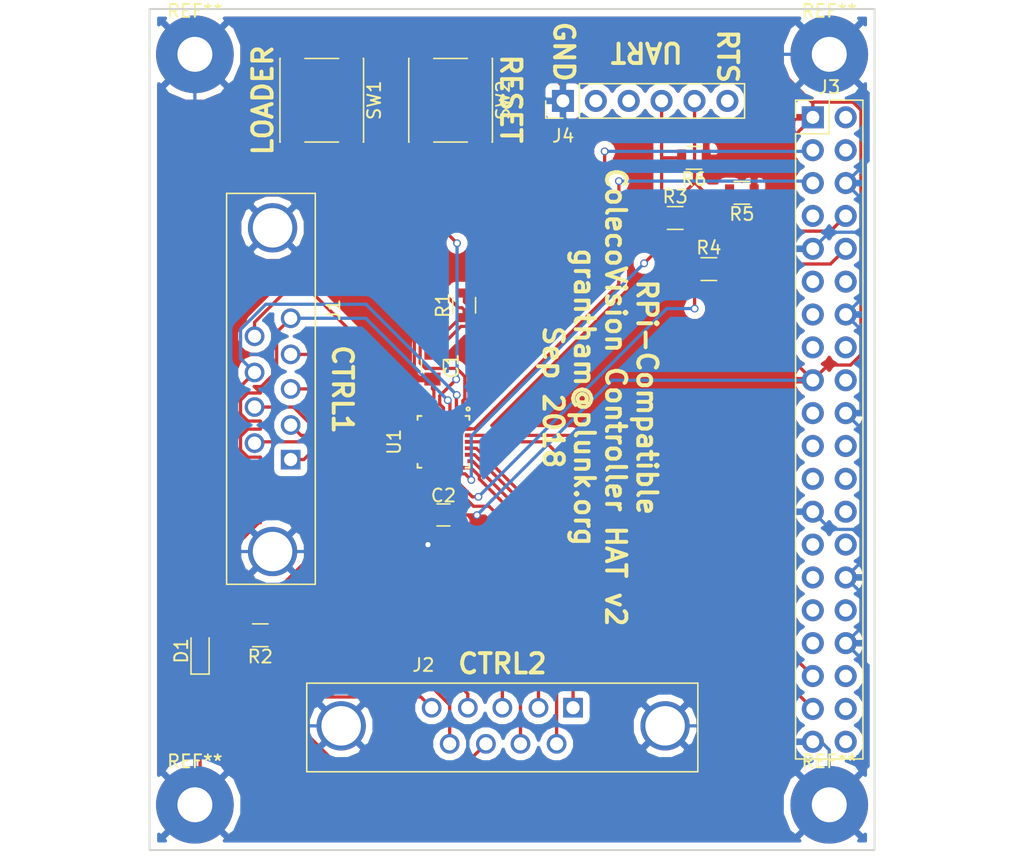
<source format=kicad_pcb>
(kicad_pcb (version 4) (host pcbnew 4.0.6)

  (general
    (links 69)
    (no_connects 0)
    (area 127.424999 56.424999 183.575001 121.575001)
    (thickness 1.6)
    (drawings 12)
    (tracks 328)
    (zones 0)
    (modules 20)
    (nets 58)
  )

  (page A4)
  (layers
    (0 F.Cu signal)
    (31 B.Cu signal)
    (32 B.Adhes user)
    (33 F.Adhes user)
    (34 B.Paste user)
    (35 F.Paste user)
    (36 B.SilkS user)
    (37 F.SilkS user)
    (38 B.Mask user)
    (39 F.Mask user)
    (40 Dwgs.User user)
    (41 Cmts.User user)
    (42 Eco1.User user)
    (43 Eco2.User user)
    (44 Edge.Cuts user)
    (45 Margin user)
    (46 B.CrtYd user)
    (47 F.CrtYd user)
    (48 B.Fab user)
    (49 F.Fab user)
  )

  (setup
    (last_trace_width 0.25)
    (trace_clearance 0.2)
    (zone_clearance 0.508)
    (zone_45_only no)
    (trace_min 0.2)
    (segment_width 0.2)
    (edge_width 0.15)
    (via_size 0.6)
    (via_drill 0.4)
    (via_min_size 0.4)
    (via_min_drill 0.3)
    (uvia_size 0.3)
    (uvia_drill 0.1)
    (uvias_allowed no)
    (uvia_min_size 0.2)
    (uvia_min_drill 0.1)
    (pcb_text_width 0.3)
    (pcb_text_size 1.5 1.5)
    (mod_edge_width 0.15)
    (mod_text_size 1 1)
    (mod_text_width 0.15)
    (pad_size 6 6)
    (pad_drill 2.7)
    (pad_to_mask_clearance 0.2)
    (aux_axis_origin 0 0)
    (visible_elements FFFFFF7F)
    (pcbplotparams
      (layerselection 0x310fc_80000001)
      (usegerberextensions true)
      (excludeedgelayer true)
      (linewidth 0.100000)
      (plotframeref false)
      (viasonmask false)
      (mode 1)
      (useauxorigin false)
      (hpglpennumber 1)
      (hpglpenspeed 20)
      (hpglpendiameter 15)
      (hpglpenoverlay 2)
      (psnegative false)
      (psa4output false)
      (plotreference true)
      (plotvalue false)
      (plotinvisibletext false)
      (padsonsilk false)
      (subtractmaskfromsilk false)
      (outputformat 1)
      (mirror false)
      (drillshape 0)
      (scaleselection 1)
      (outputdirectory gerber))
  )

  (net 0 "")
  (net 1 GND)
  (net 2 N1)
  (net 3 S1)
  (net 4 W1)
  (net 5 E1)
  (net 6 SELECT_KEYPAD)
  (net 7 FIRE1)
  (net 8 QUADA1)
  (net 9 SELECT_JOYSTICK)
  (net 10 QUADB1)
  (net 11 N2)
  (net 12 S2)
  (net 13 W2)
  (net 14 E2)
  (net 15 FIRE2)
  (net 16 QUADA2)
  (net 17 QUADB2)
  (net 18 "Net-(J3-Pad2)")
  (net 19 "Net-(J3-Pad4)")
  (net 20 "Net-(J3-Pad7)")
  (net 21 "Net-(J3-Pad8)")
  (net 22 "Net-(J3-Pad10)")
  (net 23 "Net-(J3-Pad19)")
  (net 24 "Net-(J3-Pad21)")
  (net 25 "Net-(J3-Pad23)")
  (net 26 "Net-(J3-Pad24)")
  (net 27 "Net-(J3-Pad26)")
  (net 28 "Net-(J3-Pad27)")
  (net 29 "Net-(J3-Pad28)")
  (net 30 +3V3)
  (net 31 I2C1_SDA)
  (net 32 I2C1_SCL)
  (net 33 "Net-(J3-Pad11)")
  (net 34 "Net-(J3-Pad12)")
  (net 35 "Net-(J3-Pad13)")
  (net 36 "Net-(J3-Pad15)")
  (net 37 "Net-(J3-Pad16)")
  (net 38 "Net-(J3-Pad18)")
  (net 39 "Net-(J3-Pad22)")
  (net 40 "Net-(J3-Pad29)")
  (net 41 "Net-(J3-Pad31)")
  (net 42 "Net-(J3-Pad32)")
  (net 43 "Net-(J3-Pad33)")
  (net 44 "Net-(J3-Pad36)")
  (net 45 IRQ)
  (net 46 "Net-(J3-Pad38)")
  (net 47 "Net-(J3-Pad40)")
  (net 48 BOOTLOADER)
  (net 49 DEBUG_LED)
  (net 50 "Net-(D1-Pad2)")
  (net 51 USART1_RX)
  (net 52 USART1_TX)
  (net 53 "Net-(J4-Pad2)")
  (net 54 "Net-(J4-Pad3)")
  (net 55 "Net-(J4-Pad6)")
  (net 56 "Net-(SW2-Pad2)")
  (net 57 DEBUG_GPIO)

  (net_class Default "This is the default net class."
    (clearance 0.2)
    (trace_width 0.25)
    (via_dia 0.6)
    (via_drill 0.4)
    (uvia_dia 0.3)
    (uvia_drill 0.1)
    (add_net +3V3)
    (add_net BOOTLOADER)
    (add_net DEBUG_GPIO)
    (add_net DEBUG_LED)
    (add_net E1)
    (add_net E2)
    (add_net FIRE1)
    (add_net FIRE2)
    (add_net GND)
    (add_net I2C1_SCL)
    (add_net I2C1_SDA)
    (add_net IRQ)
    (add_net N1)
    (add_net N2)
    (add_net "Net-(D1-Pad2)")
    (add_net "Net-(J3-Pad10)")
    (add_net "Net-(J3-Pad11)")
    (add_net "Net-(J3-Pad12)")
    (add_net "Net-(J3-Pad13)")
    (add_net "Net-(J3-Pad15)")
    (add_net "Net-(J3-Pad16)")
    (add_net "Net-(J3-Pad18)")
    (add_net "Net-(J3-Pad19)")
    (add_net "Net-(J3-Pad2)")
    (add_net "Net-(J3-Pad21)")
    (add_net "Net-(J3-Pad22)")
    (add_net "Net-(J3-Pad23)")
    (add_net "Net-(J3-Pad24)")
    (add_net "Net-(J3-Pad26)")
    (add_net "Net-(J3-Pad27)")
    (add_net "Net-(J3-Pad28)")
    (add_net "Net-(J3-Pad29)")
    (add_net "Net-(J3-Pad31)")
    (add_net "Net-(J3-Pad32)")
    (add_net "Net-(J3-Pad33)")
    (add_net "Net-(J3-Pad36)")
    (add_net "Net-(J3-Pad38)")
    (add_net "Net-(J3-Pad4)")
    (add_net "Net-(J3-Pad40)")
    (add_net "Net-(J3-Pad7)")
    (add_net "Net-(J3-Pad8)")
    (add_net "Net-(J4-Pad2)")
    (add_net "Net-(J4-Pad3)")
    (add_net "Net-(J4-Pad6)")
    (add_net "Net-(SW2-Pad2)")
    (add_net QUADA1)
    (add_net QUADA2)
    (add_net QUADB1)
    (add_net QUADB2)
    (add_net S1)
    (add_net S2)
    (add_net SELECT_JOYSTICK)
    (add_net SELECT_KEYPAD)
    (add_net USART1_RX)
    (add_net USART1_TX)
    (add_net W1)
    (add_net W2)
  )

  (module Mounting_Holes:MountingHole_2.7mm_M2.5_DIN965_Pad (layer F.Cu) (tedit 5BAFCBC2) (tstamp 5BAFC2E0)
    (at 131 118)
    (descr "Mounting Hole 2.7mm, M2.5, DIN965")
    (tags "mounting hole 2.7mm m2.5 din965")
    (fp_text reference REF** (at 0 -3.35) (layer F.SilkS)
      (effects (font (size 1 1) (thickness 0.15)))
    )
    (fp_text value MountingHole_2.7mm_M2.5_DIN965_Pad (at 0 3.35) (layer F.Fab)
      (effects (font (size 1 1) (thickness 0.15)))
    )
    (fp_circle (center 0 0) (end 2.35 0) (layer Cmts.User) (width 0.15))
    (fp_circle (center 0 0) (end 2.6 0) (layer F.CrtYd) (width 0.05))
    (pad 1 thru_hole circle (at 0 0) (size 6 6) (drill 2.7) (layers *.Cu *.Mask)
      (net 1 GND))
  )

  (module Mounting_Holes:MountingHole_2.7mm_M2.5_DIN965_Pad (layer F.Cu) (tedit 5BAFCB9A) (tstamp 5BAFC2A8)
    (at 131 60)
    (descr "Mounting Hole 2.7mm, M2.5, DIN965")
    (tags "mounting hole 2.7mm m2.5 din965")
    (fp_text reference REF** (at 0 -3.35) (layer F.SilkS)
      (effects (font (size 1 1) (thickness 0.15)))
    )
    (fp_text value MountingHole_2.7mm_M2.5_DIN965_Pad (at 0 3.35) (layer F.Fab)
      (effects (font (size 1 1) (thickness 0.15)))
    )
    (fp_circle (center 0 0) (end 2.35 0) (layer Cmts.User) (width 0.15))
    (fp_circle (center 0 0) (end 2.6 0) (layer F.CrtYd) (width 0.05))
    (pad 1 thru_hole circle (at 0 0) (size 6 6) (drill 2.7) (layers *.Cu *.Mask)
      (net 1 GND))
  )

  (module Mounting_Holes:MountingHole_2.7mm_M2.5_DIN965_Pad (layer F.Cu) (tedit 5BAFCBB8) (tstamp 5BAFC1ED)
    (at 180 118)
    (descr "Mounting Hole 2.7mm, M2.5, DIN965")
    (tags "mounting hole 2.7mm m2.5 din965")
    (fp_text reference REF** (at 0 -3.35) (layer F.SilkS)
      (effects (font (size 1 1) (thickness 0.15)))
    )
    (fp_text value MountingHole_2.7mm_M2.5_DIN965_Pad (at 0 3.35) (layer F.Fab)
      (effects (font (size 1 1) (thickness 0.15)))
    )
    (fp_circle (center 0 0) (end 2.35 0) (layer Cmts.User) (width 0.15))
    (fp_circle (center 0 0) (end 2.6 0) (layer F.CrtYd) (width 0.05))
    (pad 1 thru_hole circle (at 0 0) (size 6 6) (drill 2.7) (layers *.Cu *.Mask)
      (net 1 GND))
  )

  (module Connectors:DB9FD (layer F.Cu) (tedit 587FDEBE) (tstamp 5BAFC143)
    (at 138.4 91.32 270)
    (descr "Connecteur DB9 femelle droit")
    (tags "CONN DB9")
    (path /5BAF9A20)
    (fp_text reference J1 (at -11.56 -3.3 450) (layer F.SilkS)
      (effects (font (size 1 1) (thickness 0.15)))
    )
    (fp_text value CTRL1 (at 0.63 -3.3 270) (layer F.Fab)
      (effects (font (size 1 1) (thickness 0.15)))
    )
    (fp_line (start -20.45 -1.78) (end -20.45 4.83) (layer F.Fab) (width 0.1))
    (fp_line (start -20.45 4.83) (end 9.53 4.83) (layer F.Fab) (width 0.1))
    (fp_line (start 9.53 4.83) (end 9.53 -1.78) (layer F.Fab) (width 0.1))
    (fp_line (start 9.53 -1.78) (end -20.45 -1.78) (layer F.Fab) (width 0.1))
    (fp_line (start -20.7 -2.03) (end 9.78 -2.03) (layer F.CrtYd) (width 0.05))
    (fp_line (start -20.7 -2.03) (end -20.7 5.08) (layer F.CrtYd) (width 0.05))
    (fp_line (start 9.78 5.08) (end 9.78 -2.03) (layer F.CrtYd) (width 0.05))
    (fp_line (start 9.78 5.08) (end -20.7 5.08) (layer F.CrtYd) (width 0.05))
    (fp_line (start -20.57 -1.9) (end 9.64 -1.9) (layer F.SilkS) (width 0.12))
    (fp_line (start -20.57 -1.9) (end -20.57 4.95) (layer F.SilkS) (width 0.12))
    (fp_line (start 9.64 4.95) (end 9.64 -1.9) (layer F.SilkS) (width 0.12))
    (fp_line (start 9.64 4.95) (end -20.57 4.95) (layer F.SilkS) (width 0.12))
    (pad 0 thru_hole circle (at -17.91 1.4 270) (size 3.81 3.81) (drill 3.05) (layers *.Cu *.Mask)
      (net 1 GND))
    (pad 0 thru_hole circle (at 7.11 1.4 270) (size 3.81 3.81) (drill 3.05) (layers *.Cu *.Mask)
      (net 1 GND))
    (pad 1 thru_hole rect (at 0 0 270) (size 1.52 1.52) (drill 1.02) (layers *.Cu *.Mask)
      (net 2 N1))
    (pad 2 thru_hole circle (at -2.67 0 270) (size 1.52 1.52) (drill 1.02) (layers *.Cu *.Mask)
      (net 3 S1))
    (pad 3 thru_hole circle (at -5.46 0 270) (size 1.52 1.52) (drill 1.02) (layers *.Cu *.Mask)
      (net 4 W1))
    (pad 4 thru_hole circle (at -8.13 0 270) (size 1.52 1.52) (drill 1.02) (layers *.Cu *.Mask)
      (net 5 E1))
    (pad 5 thru_hole circle (at -10.92 0 270) (size 1.52 1.52) (drill 1.02) (layers *.Cu *.Mask)
      (net 6 SELECT_KEYPAD))
    (pad 6 thru_hole circle (at -1.27 2.79 270) (size 1.52 1.52) (drill 1.02) (layers *.Cu *.Mask)
      (net 7 FIRE1))
    (pad 7 thru_hole circle (at -4.06 2.79 270) (size 1.52 1.52) (drill 1.02) (layers *.Cu *.Mask)
      (net 8 QUADA1))
    (pad 8 thru_hole circle (at -6.73 2.79 270) (size 1.52 1.52) (drill 1.02) (layers *.Cu *.Mask)
      (net 9 SELECT_JOYSTICK))
    (pad 9 thru_hole circle (at -9.53 2.79 270) (size 1.52 1.52) (drill 1.02) (layers *.Cu *.Mask)
      (net 10 QUADB1))
    (model ${KISYS3DMOD}/Connectors.3dshapes/DB9FD.wrl
      (at (xyz -0.208661 -0.051181 0))
      (scale (xyz 1 1 1))
      (rotate (xyz 0 0 0))
    )
  )

  (module Connectors:DB9FD (layer F.Cu) (tedit 587FDEBE) (tstamp 5BAFC152)
    (at 160.21 110.5)
    (descr "Connecteur DB9 femelle droit")
    (tags "CONN DB9")
    (path /5BAF9AF6)
    (fp_text reference J2 (at -11.56 -3.3 180) (layer F.SilkS)
      (effects (font (size 1 1) (thickness 0.15)))
    )
    (fp_text value CTRL2 (at 0.63 -3.3) (layer F.Fab)
      (effects (font (size 1 1) (thickness 0.15)))
    )
    (fp_line (start -20.45 -1.78) (end -20.45 4.83) (layer F.Fab) (width 0.1))
    (fp_line (start -20.45 4.83) (end 9.53 4.83) (layer F.Fab) (width 0.1))
    (fp_line (start 9.53 4.83) (end 9.53 -1.78) (layer F.Fab) (width 0.1))
    (fp_line (start 9.53 -1.78) (end -20.45 -1.78) (layer F.Fab) (width 0.1))
    (fp_line (start -20.7 -2.03) (end 9.78 -2.03) (layer F.CrtYd) (width 0.05))
    (fp_line (start -20.7 -2.03) (end -20.7 5.08) (layer F.CrtYd) (width 0.05))
    (fp_line (start 9.78 5.08) (end 9.78 -2.03) (layer F.CrtYd) (width 0.05))
    (fp_line (start 9.78 5.08) (end -20.7 5.08) (layer F.CrtYd) (width 0.05))
    (fp_line (start -20.57 -1.9) (end 9.64 -1.9) (layer F.SilkS) (width 0.12))
    (fp_line (start -20.57 -1.9) (end -20.57 4.95) (layer F.SilkS) (width 0.12))
    (fp_line (start 9.64 4.95) (end 9.64 -1.9) (layer F.SilkS) (width 0.12))
    (fp_line (start 9.64 4.95) (end -20.57 4.95) (layer F.SilkS) (width 0.12))
    (pad 0 thru_hole circle (at -17.91 1.4) (size 3.81 3.81) (drill 3.05) (layers *.Cu *.Mask)
      (net 1 GND))
    (pad 0 thru_hole circle (at 7.11 1.4) (size 3.81 3.81) (drill 3.05) (layers *.Cu *.Mask)
      (net 1 GND))
    (pad 1 thru_hole rect (at 0 0) (size 1.52 1.52) (drill 1.02) (layers *.Cu *.Mask)
      (net 11 N2))
    (pad 2 thru_hole circle (at -2.67 0) (size 1.52 1.52) (drill 1.02) (layers *.Cu *.Mask)
      (net 12 S2))
    (pad 3 thru_hole circle (at -5.46 0) (size 1.52 1.52) (drill 1.02) (layers *.Cu *.Mask)
      (net 13 W2))
    (pad 4 thru_hole circle (at -8.13 0) (size 1.52 1.52) (drill 1.02) (layers *.Cu *.Mask)
      (net 14 E2))
    (pad 5 thru_hole circle (at -10.92 0) (size 1.52 1.52) (drill 1.02) (layers *.Cu *.Mask)
      (net 6 SELECT_KEYPAD))
    (pad 6 thru_hole circle (at -1.27 2.79) (size 1.52 1.52) (drill 1.02) (layers *.Cu *.Mask)
      (net 15 FIRE2))
    (pad 7 thru_hole circle (at -4.06 2.79) (size 1.52 1.52) (drill 1.02) (layers *.Cu *.Mask)
      (net 16 QUADA2))
    (pad 8 thru_hole circle (at -6.73 2.79) (size 1.52 1.52) (drill 1.02) (layers *.Cu *.Mask)
      (net 9 SELECT_JOYSTICK))
    (pad 9 thru_hole circle (at -9.53 2.79) (size 1.52 1.52) (drill 1.02) (layers *.Cu *.Mask)
      (net 17 QUADB2))
    (model ${KISYS3DMOD}/Connectors.3dshapes/DB9FD.wrl
      (at (xyz -0.208661 -0.051181 0))
      (scale (xyz 1 1 1))
      (rotate (xyz 0 0 0))
    )
  )

  (module Pin_Headers:Pin_Header_Straight_2x20_Pitch2.54mm (layer F.Cu) (tedit 59650533) (tstamp 5BAFC17E)
    (at 178.73 64.87)
    (descr "Through hole straight pin header, 2x20, 2.54mm pitch, double rows")
    (tags "Through hole pin header THT 2x20 2.54mm double row")
    (path /5BAFA0F9)
    (fp_text reference J3 (at 1.27 -2.33) (layer F.SilkS)
      (effects (font (size 1 1) (thickness 0.15)))
    )
    (fp_text value PI_HEADER (at 1.27 50.59) (layer F.Fab)
      (effects (font (size 1 1) (thickness 0.15)))
    )
    (fp_line (start 0 -1.27) (end 3.81 -1.27) (layer F.Fab) (width 0.1))
    (fp_line (start 3.81 -1.27) (end 3.81 49.53) (layer F.Fab) (width 0.1))
    (fp_line (start 3.81 49.53) (end -1.27 49.53) (layer F.Fab) (width 0.1))
    (fp_line (start -1.27 49.53) (end -1.27 0) (layer F.Fab) (width 0.1))
    (fp_line (start -1.27 0) (end 0 -1.27) (layer F.Fab) (width 0.1))
    (fp_line (start -1.33 49.59) (end 3.87 49.59) (layer F.SilkS) (width 0.12))
    (fp_line (start -1.33 1.27) (end -1.33 49.59) (layer F.SilkS) (width 0.12))
    (fp_line (start 3.87 -1.33) (end 3.87 49.59) (layer F.SilkS) (width 0.12))
    (fp_line (start -1.33 1.27) (end 1.27 1.27) (layer F.SilkS) (width 0.12))
    (fp_line (start 1.27 1.27) (end 1.27 -1.33) (layer F.SilkS) (width 0.12))
    (fp_line (start 1.27 -1.33) (end 3.87 -1.33) (layer F.SilkS) (width 0.12))
    (fp_line (start -1.33 0) (end -1.33 -1.33) (layer F.SilkS) (width 0.12))
    (fp_line (start -1.33 -1.33) (end 0 -1.33) (layer F.SilkS) (width 0.12))
    (fp_line (start -1.8 -1.8) (end -1.8 50.05) (layer F.CrtYd) (width 0.05))
    (fp_line (start -1.8 50.05) (end 4.35 50.05) (layer F.CrtYd) (width 0.05))
    (fp_line (start 4.35 50.05) (end 4.35 -1.8) (layer F.CrtYd) (width 0.05))
    (fp_line (start 4.35 -1.8) (end -1.8 -1.8) (layer F.CrtYd) (width 0.05))
    (fp_text user %R (at 1.27 24.13 90) (layer F.Fab)
      (effects (font (size 1 1) (thickness 0.15)))
    )
    (pad 1 thru_hole rect (at 0 0) (size 1.7 1.7) (drill 1) (layers *.Cu *.Mask)
      (net 30 +3V3))
    (pad 2 thru_hole oval (at 2.54 0) (size 1.7 1.7) (drill 1) (layers *.Cu *.Mask)
      (net 18 "Net-(J3-Pad2)"))
    (pad 3 thru_hole oval (at 0 2.54) (size 1.7 1.7) (drill 1) (layers *.Cu *.Mask)
      (net 31 I2C1_SDA))
    (pad 4 thru_hole oval (at 2.54 2.54) (size 1.7 1.7) (drill 1) (layers *.Cu *.Mask)
      (net 19 "Net-(J3-Pad4)"))
    (pad 5 thru_hole oval (at 0 5.08) (size 1.7 1.7) (drill 1) (layers *.Cu *.Mask)
      (net 32 I2C1_SCL))
    (pad 6 thru_hole oval (at 2.54 5.08) (size 1.7 1.7) (drill 1) (layers *.Cu *.Mask)
      (net 1 GND))
    (pad 7 thru_hole oval (at 0 7.62) (size 1.7 1.7) (drill 1) (layers *.Cu *.Mask)
      (net 20 "Net-(J3-Pad7)"))
    (pad 8 thru_hole oval (at 2.54 7.62) (size 1.7 1.7) (drill 1) (layers *.Cu *.Mask)
      (net 21 "Net-(J3-Pad8)"))
    (pad 9 thru_hole oval (at 0 10.16) (size 1.7 1.7) (drill 1) (layers *.Cu *.Mask)
      (net 1 GND))
    (pad 10 thru_hole oval (at 2.54 10.16) (size 1.7 1.7) (drill 1) (layers *.Cu *.Mask)
      (net 22 "Net-(J3-Pad10)"))
    (pad 11 thru_hole oval (at 0 12.7) (size 1.7 1.7) (drill 1) (layers *.Cu *.Mask)
      (net 33 "Net-(J3-Pad11)"))
    (pad 12 thru_hole oval (at 2.54 12.7) (size 1.7 1.7) (drill 1) (layers *.Cu *.Mask)
      (net 34 "Net-(J3-Pad12)"))
    (pad 13 thru_hole oval (at 0 15.24) (size 1.7 1.7) (drill 1) (layers *.Cu *.Mask)
      (net 35 "Net-(J3-Pad13)"))
    (pad 14 thru_hole oval (at 2.54 15.24) (size 1.7 1.7) (drill 1) (layers *.Cu *.Mask)
      (net 1 GND))
    (pad 15 thru_hole oval (at 0 17.78) (size 1.7 1.7) (drill 1) (layers *.Cu *.Mask)
      (net 36 "Net-(J3-Pad15)"))
    (pad 16 thru_hole oval (at 2.54 17.78) (size 1.7 1.7) (drill 1) (layers *.Cu *.Mask)
      (net 37 "Net-(J3-Pad16)"))
    (pad 17 thru_hole oval (at 0 20.32) (size 1.7 1.7) (drill 1) (layers *.Cu *.Mask)
      (net 30 +3V3))
    (pad 18 thru_hole oval (at 2.54 20.32) (size 1.7 1.7) (drill 1) (layers *.Cu *.Mask)
      (net 38 "Net-(J3-Pad18)"))
    (pad 19 thru_hole oval (at 0 22.86) (size 1.7 1.7) (drill 1) (layers *.Cu *.Mask)
      (net 23 "Net-(J3-Pad19)"))
    (pad 20 thru_hole oval (at 2.54 22.86) (size 1.7 1.7) (drill 1) (layers *.Cu *.Mask)
      (net 1 GND))
    (pad 21 thru_hole oval (at 0 25.4) (size 1.7 1.7) (drill 1) (layers *.Cu *.Mask)
      (net 24 "Net-(J3-Pad21)"))
    (pad 22 thru_hole oval (at 2.54 25.4) (size 1.7 1.7) (drill 1) (layers *.Cu *.Mask)
      (net 39 "Net-(J3-Pad22)"))
    (pad 23 thru_hole oval (at 0 27.94) (size 1.7 1.7) (drill 1) (layers *.Cu *.Mask)
      (net 25 "Net-(J3-Pad23)"))
    (pad 24 thru_hole oval (at 2.54 27.94) (size 1.7 1.7) (drill 1) (layers *.Cu *.Mask)
      (net 26 "Net-(J3-Pad24)"))
    (pad 25 thru_hole oval (at 0 30.48) (size 1.7 1.7) (drill 1) (layers *.Cu *.Mask)
      (net 1 GND))
    (pad 26 thru_hole oval (at 2.54 30.48) (size 1.7 1.7) (drill 1) (layers *.Cu *.Mask)
      (net 27 "Net-(J3-Pad26)"))
    (pad 27 thru_hole oval (at 0 33.02) (size 1.7 1.7) (drill 1) (layers *.Cu *.Mask)
      (net 28 "Net-(J3-Pad27)"))
    (pad 28 thru_hole oval (at 2.54 33.02) (size 1.7 1.7) (drill 1) (layers *.Cu *.Mask)
      (net 29 "Net-(J3-Pad28)"))
    (pad 29 thru_hole oval (at 0 35.56) (size 1.7 1.7) (drill 1) (layers *.Cu *.Mask)
      (net 40 "Net-(J3-Pad29)"))
    (pad 30 thru_hole oval (at 2.54 35.56) (size 1.7 1.7) (drill 1) (layers *.Cu *.Mask)
      (net 1 GND))
    (pad 31 thru_hole oval (at 0 38.1) (size 1.7 1.7) (drill 1) (layers *.Cu *.Mask)
      (net 41 "Net-(J3-Pad31)"))
    (pad 32 thru_hole oval (at 2.54 38.1) (size 1.7 1.7) (drill 1) (layers *.Cu *.Mask)
      (net 42 "Net-(J3-Pad32)"))
    (pad 33 thru_hole oval (at 0 40.64) (size 1.7 1.7) (drill 1) (layers *.Cu *.Mask)
      (net 43 "Net-(J3-Pad33)"))
    (pad 34 thru_hole oval (at 2.54 40.64) (size 1.7 1.7) (drill 1) (layers *.Cu *.Mask)
      (net 1 GND))
    (pad 35 thru_hole oval (at 0 43.18) (size 1.7 1.7) (drill 1) (layers *.Cu *.Mask)
      (net 45 IRQ))
    (pad 36 thru_hole oval (at 2.54 43.18) (size 1.7 1.7) (drill 1) (layers *.Cu *.Mask)
      (net 44 "Net-(J3-Pad36)"))
    (pad 37 thru_hole oval (at 0 45.72) (size 1.7 1.7) (drill 1) (layers *.Cu *.Mask)
      (net 57 DEBUG_GPIO))
    (pad 38 thru_hole oval (at 2.54 45.72) (size 1.7 1.7) (drill 1) (layers *.Cu *.Mask)
      (net 46 "Net-(J3-Pad38)"))
    (pad 39 thru_hole oval (at 0 48.26) (size 1.7 1.7) (drill 1) (layers *.Cu *.Mask)
      (net 1 GND))
    (pad 40 thru_hole oval (at 2.54 48.26) (size 1.7 1.7) (drill 1) (layers *.Cu *.Mask)
      (net 47 "Net-(J3-Pad40)"))
    (model ${KISYS3DMOD}/Pin_Headers.3dshapes/Pin_Header_Straight_2x20_Pitch2.54mm.wrl
      (at (xyz 0 0 0))
      (scale (xyz 1 1 1))
      (rotate (xyz 0 0 0))
    )
  )

  (module Mounting_Holes:MountingHole_2.7mm_M2.5_DIN965_Pad (layer F.Cu) (tedit 5BAFCBB0) (tstamp 5BAFC1E9)
    (at 180 60)
    (descr "Mounting Hole 2.7mm, M2.5, DIN965")
    (tags "mounting hole 2.7mm m2.5 din965")
    (fp_text reference REF** (at 0 -3.35) (layer F.SilkS)
      (effects (font (size 1 1) (thickness 0.15)))
    )
    (fp_text value MountingHole_2.7mm_M2.5_DIN965_Pad (at 0 3.35) (layer F.Fab)
      (effects (font (size 1 1) (thickness 0.15)))
    )
    (fp_circle (center 0 0) (end 2.35 0) (layer Cmts.User) (width 0.15))
    (fp_circle (center 0 0) (end 2.6 0) (layer F.CrtYd) (width 0.05))
    (pad 1 thru_hole circle (at 0 0) (size 6 6) (drill 2.7) (layers *.Cu *.Mask)
      (net 1 GND))
  )

  (module Capacitors_SMD:C_0805 (layer F.Cu) (tedit 58AA8463) (tstamp 5BB11FF4)
    (at 149.35 84.1 270)
    (descr "Capacitor SMD 0805, reflow soldering, AVX (see smccp.pdf)")
    (tags "capacitor 0805")
    (path /5BB10E9A)
    (attr smd)
    (fp_text reference C1 (at 0 -1.5 270) (layer F.SilkS)
      (effects (font (size 1 1) (thickness 0.15)))
    )
    (fp_text value 100nF (at 0 1.75 270) (layer F.Fab)
      (effects (font (size 1 1) (thickness 0.15)))
    )
    (fp_text user %R (at 0 -1.5 270) (layer F.Fab)
      (effects (font (size 1 1) (thickness 0.15)))
    )
    (fp_line (start -1 0.62) (end -1 -0.62) (layer F.Fab) (width 0.1))
    (fp_line (start 1 0.62) (end -1 0.62) (layer F.Fab) (width 0.1))
    (fp_line (start 1 -0.62) (end 1 0.62) (layer F.Fab) (width 0.1))
    (fp_line (start -1 -0.62) (end 1 -0.62) (layer F.Fab) (width 0.1))
    (fp_line (start 0.5 -0.85) (end -0.5 -0.85) (layer F.SilkS) (width 0.12))
    (fp_line (start -0.5 0.85) (end 0.5 0.85) (layer F.SilkS) (width 0.12))
    (fp_line (start -1.75 -0.88) (end 1.75 -0.88) (layer F.CrtYd) (width 0.05))
    (fp_line (start -1.75 -0.88) (end -1.75 0.87) (layer F.CrtYd) (width 0.05))
    (fp_line (start 1.75 0.87) (end 1.75 -0.88) (layer F.CrtYd) (width 0.05))
    (fp_line (start 1.75 0.87) (end -1.75 0.87) (layer F.CrtYd) (width 0.05))
    (pad 1 smd rect (at -1 0 270) (size 1 1.25) (layers F.Cu F.Paste F.Mask)
      (net 1 GND))
    (pad 2 smd rect (at 1 0 270) (size 1 1.25) (layers F.Cu F.Paste F.Mask)
      (net 30 +3V3))
    (model Capacitors_SMD.3dshapes/C_0805.wrl
      (at (xyz 0 0 0))
      (scale (xyz 1 1 1))
      (rotate (xyz 0 0 0))
    )
  )

  (module Capacitors_SMD:C_0805 (layer F.Cu) (tedit 58AA8463) (tstamp 5BB12005)
    (at 150.2 95.6)
    (descr "Capacitor SMD 0805, reflow soldering, AVX (see smccp.pdf)")
    (tags "capacitor 0805")
    (path /5BB06D8F)
    (attr smd)
    (fp_text reference C2 (at 0 -1.5) (layer F.SilkS)
      (effects (font (size 1 1) (thickness 0.15)))
    )
    (fp_text value 100nF (at 0.4 1.9) (layer F.Fab)
      (effects (font (size 1 1) (thickness 0.15)))
    )
    (fp_text user %R (at 0 -1.5) (layer F.Fab)
      (effects (font (size 1 1) (thickness 0.15)))
    )
    (fp_line (start -1 0.62) (end -1 -0.62) (layer F.Fab) (width 0.1))
    (fp_line (start 1 0.62) (end -1 0.62) (layer F.Fab) (width 0.1))
    (fp_line (start 1 -0.62) (end 1 0.62) (layer F.Fab) (width 0.1))
    (fp_line (start -1 -0.62) (end 1 -0.62) (layer F.Fab) (width 0.1))
    (fp_line (start 0.5 -0.85) (end -0.5 -0.85) (layer F.SilkS) (width 0.12))
    (fp_line (start -0.5 0.85) (end 0.5 0.85) (layer F.SilkS) (width 0.12))
    (fp_line (start -1.75 -0.88) (end 1.75 -0.88) (layer F.CrtYd) (width 0.05))
    (fp_line (start -1.75 -0.88) (end -1.75 0.87) (layer F.CrtYd) (width 0.05))
    (fp_line (start 1.75 0.87) (end 1.75 -0.88) (layer F.CrtYd) (width 0.05))
    (fp_line (start 1.75 0.87) (end -1.75 0.87) (layer F.CrtYd) (width 0.05))
    (pad 1 smd rect (at -1 0) (size 1 1.25) (layers F.Cu F.Paste F.Mask)
      (net 1 GND))
    (pad 2 smd rect (at 1 0) (size 1 1.25) (layers F.Cu F.Paste F.Mask)
      (net 30 +3V3))
    (model Capacitors_SMD.3dshapes/C_0805.wrl
      (at (xyz 0 0 0))
      (scale (xyz 1 1 1))
      (rotate (xyz 0 0 0))
    )
  )

  (module Resistors_SMD:R_0805 (layer F.Cu) (tedit 58E0A804) (tstamp 5BB12016)
    (at 151.8 79.4 90)
    (descr "Resistor SMD 0805, reflow soldering, Vishay (see dcrcw.pdf)")
    (tags "resistor 0805")
    (path /5BB06D77)
    (attr smd)
    (fp_text reference R1 (at 0 -1.65 90) (layer F.SilkS)
      (effects (font (size 1 1) (thickness 0.15)))
    )
    (fp_text value 10k (at 0 1.75 90) (layer F.Fab)
      (effects (font (size 1 1) (thickness 0.15)))
    )
    (fp_text user %R (at 0 0 90) (layer F.Fab)
      (effects (font (size 0.5 0.5) (thickness 0.075)))
    )
    (fp_line (start -1 0.62) (end -1 -0.62) (layer F.Fab) (width 0.1))
    (fp_line (start 1 0.62) (end -1 0.62) (layer F.Fab) (width 0.1))
    (fp_line (start 1 -0.62) (end 1 0.62) (layer F.Fab) (width 0.1))
    (fp_line (start -1 -0.62) (end 1 -0.62) (layer F.Fab) (width 0.1))
    (fp_line (start 0.6 0.88) (end -0.6 0.88) (layer F.SilkS) (width 0.12))
    (fp_line (start -0.6 -0.88) (end 0.6 -0.88) (layer F.SilkS) (width 0.12))
    (fp_line (start -1.55 -0.9) (end 1.55 -0.9) (layer F.CrtYd) (width 0.05))
    (fp_line (start -1.55 -0.9) (end -1.55 0.9) (layer F.CrtYd) (width 0.05))
    (fp_line (start 1.55 0.9) (end 1.55 -0.9) (layer F.CrtYd) (width 0.05))
    (fp_line (start 1.55 0.9) (end -1.55 0.9) (layer F.CrtYd) (width 0.05))
    (pad 1 smd rect (at -0.95 0 90) (size 0.7 1.3) (layers F.Cu F.Paste F.Mask)
      (net 48 BOOTLOADER))
    (pad 2 smd rect (at 0.95 0 90) (size 0.7 1.3) (layers F.Cu F.Paste F.Mask)
      (net 1 GND))
    (model ${KISYS3DMOD}/Resistors_SMD.3dshapes/R_0805.wrl
      (at (xyz 0 0 0))
      (scale (xyz 1 1 1))
      (rotate (xyz 0 0 0))
    )
  )

  (module Resistors_SMD:R_0805 (layer F.Cu) (tedit 58E0A804) (tstamp 5BB12027)
    (at 136.05 104.9 180)
    (descr "Resistor SMD 0805, reflow soldering, Vishay (see dcrcw.pdf)")
    (tags "resistor 0805")
    (path /5BB12129)
    (attr smd)
    (fp_text reference R2 (at 0 -1.65 180) (layer F.SilkS)
      (effects (font (size 1 1) (thickness 0.15)))
    )
    (fp_text value 220 (at 0 1.75 180) (layer F.Fab)
      (effects (font (size 1 1) (thickness 0.15)))
    )
    (fp_text user %R (at 0 0 180) (layer F.Fab)
      (effects (font (size 0.5 0.5) (thickness 0.075)))
    )
    (fp_line (start -1 0.62) (end -1 -0.62) (layer F.Fab) (width 0.1))
    (fp_line (start 1 0.62) (end -1 0.62) (layer F.Fab) (width 0.1))
    (fp_line (start 1 -0.62) (end 1 0.62) (layer F.Fab) (width 0.1))
    (fp_line (start -1 -0.62) (end 1 -0.62) (layer F.Fab) (width 0.1))
    (fp_line (start 0.6 0.88) (end -0.6 0.88) (layer F.SilkS) (width 0.12))
    (fp_line (start -0.6 -0.88) (end 0.6 -0.88) (layer F.SilkS) (width 0.12))
    (fp_line (start -1.55 -0.9) (end 1.55 -0.9) (layer F.CrtYd) (width 0.05))
    (fp_line (start -1.55 -0.9) (end -1.55 0.9) (layer F.CrtYd) (width 0.05))
    (fp_line (start 1.55 0.9) (end 1.55 -0.9) (layer F.CrtYd) (width 0.05))
    (fp_line (start 1.55 0.9) (end -1.55 0.9) (layer F.CrtYd) (width 0.05))
    (pad 1 smd rect (at -0.95 0 180) (size 0.7 1.3) (layers F.Cu F.Paste F.Mask)
      (net 49 DEBUG_LED))
    (pad 2 smd rect (at 0.95 0 180) (size 0.7 1.3) (layers F.Cu F.Paste F.Mask)
      (net 50 "Net-(D1-Pad2)"))
    (model ${KISYS3DMOD}/Resistors_SMD.3dshapes/R_0805.wrl
      (at (xyz 0 0 0))
      (scale (xyz 1 1 1))
      (rotate (xyz 0 0 0))
    )
  )

  (module Resistors_SMD:R_0805 (layer F.Cu) (tedit 58E0A804) (tstamp 5BB12038)
    (at 168.1 72.65)
    (descr "Resistor SMD 0805, reflow soldering, Vishay (see dcrcw.pdf)")
    (tags "resistor 0805")
    (path /5BB13D33)
    (attr smd)
    (fp_text reference R3 (at 0 -1.65) (layer F.SilkS)
      (effects (font (size 1 1) (thickness 0.15)))
    )
    (fp_text value 0 (at 0 1.75) (layer F.Fab)
      (effects (font (size 1 1) (thickness 0.15)))
    )
    (fp_text user %R (at 0 0) (layer F.Fab)
      (effects (font (size 0.5 0.5) (thickness 0.075)))
    )
    (fp_line (start -1 0.62) (end -1 -0.62) (layer F.Fab) (width 0.1))
    (fp_line (start 1 0.62) (end -1 0.62) (layer F.Fab) (width 0.1))
    (fp_line (start 1 -0.62) (end 1 0.62) (layer F.Fab) (width 0.1))
    (fp_line (start -1 -0.62) (end 1 -0.62) (layer F.Fab) (width 0.1))
    (fp_line (start 0.6 0.88) (end -0.6 0.88) (layer F.SilkS) (width 0.12))
    (fp_line (start -0.6 -0.88) (end 0.6 -0.88) (layer F.SilkS) (width 0.12))
    (fp_line (start -1.55 -0.9) (end 1.55 -0.9) (layer F.CrtYd) (width 0.05))
    (fp_line (start -1.55 -0.9) (end -1.55 0.9) (layer F.CrtYd) (width 0.05))
    (fp_line (start 1.55 0.9) (end 1.55 -0.9) (layer F.CrtYd) (width 0.05))
    (fp_line (start 1.55 0.9) (end -1.55 0.9) (layer F.CrtYd) (width 0.05))
    (pad 1 smd rect (at -0.95 0) (size 0.7 1.3) (layers F.Cu F.Paste F.Mask)
      (net 51 USART1_RX))
    (pad 2 smd rect (at 0.95 0) (size 0.7 1.3) (layers F.Cu F.Paste F.Mask)
      (net 21 "Net-(J3-Pad8)"))
    (model ${KISYS3DMOD}/Resistors_SMD.3dshapes/R_0805.wrl
      (at (xyz 0 0 0))
      (scale (xyz 1 1 1))
      (rotate (xyz 0 0 0))
    )
  )

  (module Resistors_SMD:R_0805 (layer F.Cu) (tedit 58E0A804) (tstamp 5BB12049)
    (at 170.7 76.6)
    (descr "Resistor SMD 0805, reflow soldering, Vishay (see dcrcw.pdf)")
    (tags "resistor 0805")
    (path /5BB13E3C)
    (attr smd)
    (fp_text reference R4 (at 0 -1.65) (layer F.SilkS)
      (effects (font (size 1 1) (thickness 0.15)))
    )
    (fp_text value 0 (at 0 1.75) (layer F.Fab)
      (effects (font (size 1 1) (thickness 0.15)))
    )
    (fp_text user %R (at 0 0) (layer F.Fab)
      (effects (font (size 0.5 0.5) (thickness 0.075)))
    )
    (fp_line (start -1 0.62) (end -1 -0.62) (layer F.Fab) (width 0.1))
    (fp_line (start 1 0.62) (end -1 0.62) (layer F.Fab) (width 0.1))
    (fp_line (start 1 -0.62) (end 1 0.62) (layer F.Fab) (width 0.1))
    (fp_line (start -1 -0.62) (end 1 -0.62) (layer F.Fab) (width 0.1))
    (fp_line (start 0.6 0.88) (end -0.6 0.88) (layer F.SilkS) (width 0.12))
    (fp_line (start -0.6 -0.88) (end 0.6 -0.88) (layer F.SilkS) (width 0.12))
    (fp_line (start -1.55 -0.9) (end 1.55 -0.9) (layer F.CrtYd) (width 0.05))
    (fp_line (start -1.55 -0.9) (end -1.55 0.9) (layer F.CrtYd) (width 0.05))
    (fp_line (start 1.55 0.9) (end 1.55 -0.9) (layer F.CrtYd) (width 0.05))
    (fp_line (start 1.55 0.9) (end -1.55 0.9) (layer F.CrtYd) (width 0.05))
    (pad 1 smd rect (at -0.95 0) (size 0.7 1.3) (layers F.Cu F.Paste F.Mask)
      (net 52 USART1_TX))
    (pad 2 smd rect (at 0.95 0) (size 0.7 1.3) (layers F.Cu F.Paste F.Mask)
      (net 22 "Net-(J3-Pad10)"))
    (model ${KISYS3DMOD}/Resistors_SMD.3dshapes/R_0805.wrl
      (at (xyz 0 0 0))
      (scale (xyz 1 1 1))
      (rotate (xyz 0 0 0))
    )
  )

  (module Pin_Headers:Pin_Header_Straight_1x06_Pitch2.54mm (layer F.Cu) (tedit 59650532) (tstamp 5BB124F7)
    (at 159.43 63.6 90)
    (descr "Through hole straight pin header, 1x06, 2.54mm pitch, single row")
    (tags "Through hole pin header THT 1x06 2.54mm single row")
    (path /5BB1412D)
    (fp_text reference J4 (at -2.7 0.02 180) (layer F.SilkS)
      (effects (font (size 1 1) (thickness 0.15)))
    )
    (fp_text value CONN_01X06 (at 0 15.03 90) (layer F.Fab)
      (effects (font (size 1 1) (thickness 0.15)))
    )
    (fp_line (start -0.635 -1.27) (end 1.27 -1.27) (layer F.Fab) (width 0.1))
    (fp_line (start 1.27 -1.27) (end 1.27 13.97) (layer F.Fab) (width 0.1))
    (fp_line (start 1.27 13.97) (end -1.27 13.97) (layer F.Fab) (width 0.1))
    (fp_line (start -1.27 13.97) (end -1.27 -0.635) (layer F.Fab) (width 0.1))
    (fp_line (start -1.27 -0.635) (end -0.635 -1.27) (layer F.Fab) (width 0.1))
    (fp_line (start -1.33 14.03) (end 1.33 14.03) (layer F.SilkS) (width 0.12))
    (fp_line (start -1.33 1.27) (end -1.33 14.03) (layer F.SilkS) (width 0.12))
    (fp_line (start 1.33 1.27) (end 1.33 14.03) (layer F.SilkS) (width 0.12))
    (fp_line (start -1.33 1.27) (end 1.33 1.27) (layer F.SilkS) (width 0.12))
    (fp_line (start -1.33 0) (end -1.33 -1.33) (layer F.SilkS) (width 0.12))
    (fp_line (start -1.33 -1.33) (end 0 -1.33) (layer F.SilkS) (width 0.12))
    (fp_line (start -1.8 -1.8) (end -1.8 14.5) (layer F.CrtYd) (width 0.05))
    (fp_line (start -1.8 14.5) (end 1.8 14.5) (layer F.CrtYd) (width 0.05))
    (fp_line (start 1.8 14.5) (end 1.8 -1.8) (layer F.CrtYd) (width 0.05))
    (fp_line (start 1.8 -1.8) (end -1.8 -1.8) (layer F.CrtYd) (width 0.05))
    (fp_text user %R (at 0 6.35 180) (layer F.Fab)
      (effects (font (size 1 1) (thickness 0.15)))
    )
    (pad 1 thru_hole rect (at 0 0 90) (size 1.7 1.7) (drill 1) (layers *.Cu *.Mask)
      (net 1 GND))
    (pad 2 thru_hole oval (at 0 2.54 90) (size 1.7 1.7) (drill 1) (layers *.Cu *.Mask)
      (net 53 "Net-(J4-Pad2)"))
    (pad 3 thru_hole oval (at 0 5.08 90) (size 1.7 1.7) (drill 1) (layers *.Cu *.Mask)
      (net 54 "Net-(J4-Pad3)"))
    (pad 4 thru_hole oval (at 0 7.62 90) (size 1.7 1.7) (drill 1) (layers *.Cu *.Mask)
      (net 51 USART1_RX))
    (pad 5 thru_hole oval (at 0 10.16 90) (size 1.7 1.7) (drill 1) (layers *.Cu *.Mask)
      (net 52 USART1_TX))
    (pad 6 thru_hole oval (at 0 12.7 90) (size 1.7 1.7) (drill 1) (layers *.Cu *.Mask)
      (net 55 "Net-(J4-Pad6)"))
    (model ${KISYS3DMOD}/Pin_Headers.3dshapes/Pin_Header_Straight_1x06_Pitch2.54mm.wrl
      (at (xyz 0 0 0))
      (scale (xyz 1 1 1))
      (rotate (xyz 0 0 0))
    )
  )

  (module Buttons_Switches_SMD:SW_SPST_PTS645 (layer F.Cu) (tedit 58724A80) (tstamp 5BB124FF)
    (at 140.8 63.55 270)
    (descr "C&K Components SPST SMD PTS645 Series 6mm Tact Switch")
    (tags "SPST Button Switch")
    (path /5BB08F82)
    (attr smd)
    (fp_text reference SW1 (at 0 -4.05 270) (layer F.SilkS)
      (effects (font (size 1 1) (thickness 0.15)))
    )
    (fp_text value BOOTLOADER (at 0 4.15 270) (layer F.Fab)
      (effects (font (size 1 1) (thickness 0.15)))
    )
    (fp_text user %R (at 0 -4.05 270) (layer F.Fab)
      (effects (font (size 1 1) (thickness 0.15)))
    )
    (fp_line (start -3 -3) (end -3 3) (layer F.Fab) (width 0.1))
    (fp_line (start -3 3) (end 3 3) (layer F.Fab) (width 0.1))
    (fp_line (start 3 3) (end 3 -3) (layer F.Fab) (width 0.1))
    (fp_line (start 3 -3) (end -3 -3) (layer F.Fab) (width 0.1))
    (fp_line (start 5.05 3.4) (end 5.05 -3.4) (layer F.CrtYd) (width 0.05))
    (fp_line (start -5.05 -3.4) (end -5.05 3.4) (layer F.CrtYd) (width 0.05))
    (fp_line (start -5.05 3.4) (end 5.05 3.4) (layer F.CrtYd) (width 0.05))
    (fp_line (start -5.05 -3.4) (end 5.05 -3.4) (layer F.CrtYd) (width 0.05))
    (fp_line (start 3.23 -3.23) (end 3.23 -3.2) (layer F.SilkS) (width 0.12))
    (fp_line (start 3.23 3.23) (end 3.23 3.2) (layer F.SilkS) (width 0.12))
    (fp_line (start -3.23 3.23) (end -3.23 3.2) (layer F.SilkS) (width 0.12))
    (fp_line (start -3.23 -3.2) (end -3.23 -3.23) (layer F.SilkS) (width 0.12))
    (fp_line (start 3.23 -1.3) (end 3.23 1.3) (layer F.SilkS) (width 0.12))
    (fp_line (start -3.23 -3.23) (end 3.23 -3.23) (layer F.SilkS) (width 0.12))
    (fp_line (start -3.23 -1.3) (end -3.23 1.3) (layer F.SilkS) (width 0.12))
    (fp_line (start -3.23 3.23) (end 3.23 3.23) (layer F.SilkS) (width 0.12))
    (fp_circle (center 0 0) (end 1.75 -0.05) (layer F.Fab) (width 0.1))
    (pad 2 smd rect (at -3.98 2.25 270) (size 1.55 1.3) (layers F.Cu F.Paste F.Mask)
      (net 30 +3V3))
    (pad 1 smd rect (at -3.98 -2.25 270) (size 1.55 1.3) (layers F.Cu F.Paste F.Mask)
      (net 48 BOOTLOADER))
    (pad 1 smd rect (at 3.98 -2.25 270) (size 1.55 1.3) (layers F.Cu F.Paste F.Mask)
      (net 48 BOOTLOADER))
    (pad 2 smd rect (at 3.98 2.25 270) (size 1.55 1.3) (layers F.Cu F.Paste F.Mask)
      (net 30 +3V3))
    (model ${KISYS3DMOD}/Buttons_Switches_SMD.3dshapes/SW_SPST_PTS645.wrl
      (at (xyz 0 0 0))
      (scale (xyz 1 1 1))
      (rotate (xyz 0 0 0))
    )
  )

  (module Buttons_Switches_SMD:SW_SPST_PTS645 (layer F.Cu) (tedit 58724A80) (tstamp 5BB12507)
    (at 150.75 63.55 270)
    (descr "C&K Components SPST SMD PTS645 Series 6mm Tact Switch")
    (tags "SPST Button Switch")
    (path /5BB1121B)
    (attr smd)
    (fp_text reference SW2 (at 0 -4.05 270) (layer F.SilkS)
      (effects (font (size 1 1) (thickness 0.15)))
    )
    (fp_text value RESET (at 0 4.15 270) (layer F.Fab)
      (effects (font (size 1 1) (thickness 0.15)))
    )
    (fp_text user %R (at 0 -4.05 270) (layer F.Fab)
      (effects (font (size 1 1) (thickness 0.15)))
    )
    (fp_line (start -3 -3) (end -3 3) (layer F.Fab) (width 0.1))
    (fp_line (start -3 3) (end 3 3) (layer F.Fab) (width 0.1))
    (fp_line (start 3 3) (end 3 -3) (layer F.Fab) (width 0.1))
    (fp_line (start 3 -3) (end -3 -3) (layer F.Fab) (width 0.1))
    (fp_line (start 5.05 3.4) (end 5.05 -3.4) (layer F.CrtYd) (width 0.05))
    (fp_line (start -5.05 -3.4) (end -5.05 3.4) (layer F.CrtYd) (width 0.05))
    (fp_line (start -5.05 3.4) (end 5.05 3.4) (layer F.CrtYd) (width 0.05))
    (fp_line (start -5.05 -3.4) (end 5.05 -3.4) (layer F.CrtYd) (width 0.05))
    (fp_line (start 3.23 -3.23) (end 3.23 -3.2) (layer F.SilkS) (width 0.12))
    (fp_line (start 3.23 3.23) (end 3.23 3.2) (layer F.SilkS) (width 0.12))
    (fp_line (start -3.23 3.23) (end -3.23 3.2) (layer F.SilkS) (width 0.12))
    (fp_line (start -3.23 -3.2) (end -3.23 -3.23) (layer F.SilkS) (width 0.12))
    (fp_line (start 3.23 -1.3) (end 3.23 1.3) (layer F.SilkS) (width 0.12))
    (fp_line (start -3.23 -3.23) (end 3.23 -3.23) (layer F.SilkS) (width 0.12))
    (fp_line (start -3.23 -1.3) (end -3.23 1.3) (layer F.SilkS) (width 0.12))
    (fp_line (start -3.23 3.23) (end 3.23 3.23) (layer F.SilkS) (width 0.12))
    (fp_circle (center 0 0) (end 1.75 -0.05) (layer F.Fab) (width 0.1))
    (pad 2 smd rect (at -3.98 2.25 270) (size 1.55 1.3) (layers F.Cu F.Paste F.Mask)
      (net 56 "Net-(SW2-Pad2)"))
    (pad 1 smd rect (at -3.98 -2.25 270) (size 1.55 1.3) (layers F.Cu F.Paste F.Mask)
      (net 1 GND))
    (pad 1 smd rect (at 3.98 -2.25 270) (size 1.55 1.3) (layers F.Cu F.Paste F.Mask)
      (net 1 GND))
    (pad 2 smd rect (at 3.98 2.25 270) (size 1.55 1.3) (layers F.Cu F.Paste F.Mask)
      (net 56 "Net-(SW2-Pad2)"))
    (model ${KISYS3DMOD}/Buttons_Switches_SMD.3dshapes/SW_SPST_PTS645.wrl
      (at (xyz 0 0 0))
      (scale (xyz 1 1 1))
      (rotate (xyz 0 0 0))
    )
  )

  (module UFQFPN-28:UFQFPN-28 (layer F.Cu) (tedit 559130F5) (tstamp 5BB12527)
    (at 150.2 89.95 270)
    (path /5BB03FFC)
    (attr smd)
    (fp_text reference U1 (at 0 3.81 270) (layer F.SilkS)
      (effects (font (size 1 1) (thickness 0.15)))
    )
    (fp_text value STM32L011G4U6 (at 0 -3.81 270) (layer F.Fab)
      (effects (font (size 1 1) (thickness 0.15)))
    )
    (fp_circle (center -2.54 -1.905) (end -2.413 -1.905) (layer F.SilkS) (width 0.15))
    (fp_line (start -1.7 -2) (end -2 -2) (layer F.SilkS) (width 0.15))
    (fp_line (start -2 -2) (end -2 -1.7) (layer F.SilkS) (width 0.15))
    (fp_line (start 2 -1.7) (end 2 -2) (layer F.SilkS) (width 0.15))
    (fp_line (start 2 -2) (end 1.7 -2) (layer F.SilkS) (width 0.15))
    (fp_line (start 1.7 2) (end 2 2) (layer F.SilkS) (width 0.15))
    (fp_line (start 2 2) (end 2 1.7) (layer F.SilkS) (width 0.15))
    (fp_line (start -2 1.7) (end -2 2) (layer F.SilkS) (width 0.15))
    (fp_line (start -2 2) (end -1.7 2) (layer F.SilkS) (width 0.15))
    (pad 22 smd rect (at 1.5 -2 270) (size 0.3 0.3) (layers F.Cu F.Paste F.Mask)
      (net 12 S2))
    (pad 15 smd rect (at 2 1.5 270) (size 0.3 0.3) (layers F.Cu F.Paste F.Mask)
      (net 14 E2))
    (pad 8 smd rect (at -1.5 2 270) (size 0.3 0.3) (layers F.Cu F.Paste F.Mask)
      (net 4 W1))
    (pad 1 smd rect (at -2 -1.5 270) (size 0.3 0.3) (layers F.Cu F.Paste F.Mask)
      (net 48 BOOTLOADER))
    (pad 2 smd rect (at -1.9 -1 270) (size 0.5 0.3) (layers F.Cu F.Paste F.Mask)
      (net 9 SELECT_JOYSTICK))
    (pad 3 smd rect (at -1.9 -0.5 270) (size 0.5 0.3) (layers F.Cu F.Paste F.Mask)
      (net 6 SELECT_KEYPAD))
    (pad 4 smd rect (at -1.9 0 270) (size 0.5 0.3) (layers F.Cu F.Paste F.Mask)
      (net 56 "Net-(SW2-Pad2)"))
    (pad 5 smd rect (at -1.9 0.5 270) (size 0.5 0.3) (layers F.Cu F.Paste F.Mask)
      (net 30 +3V3))
    (pad 6 smd rect (at -1.9 1 270) (size 0.5 0.3) (layers F.Cu F.Paste F.Mask)
      (net 10 QUADB1))
    (pad 7 smd rect (at -2 1.5 270) (size 0.3 0.3) (layers F.Cu F.Paste F.Mask)
      (net 5 E1))
    (pad 9 smd rect (at -1 1.9 270) (size 0.3 0.5) (layers F.Cu F.Paste F.Mask)
      (net 8 QUADA1))
    (pad 10 smd rect (at -0.5 1.9 270) (size 0.3 0.5) (layers F.Cu F.Paste F.Mask)
      (net 3 S1))
    (pad 11 smd rect (at 0 1.9 270) (size 0.3 0.5) (layers F.Cu F.Paste F.Mask)
      (net 7 FIRE1))
    (pad 12 smd rect (at 0.5 1.9 270) (size 0.3 0.5) (layers F.Cu F.Paste F.Mask)
      (net 2 N1))
    (pad 13 smd rect (at 1 1.9 270) (size 0.3 0.5) (layers F.Cu F.Paste F.Mask)
      (net 49 DEBUG_LED))
    (pad 14 smd rect (at 1.5 2 270) (size 0.3 0.3) (layers F.Cu F.Paste F.Mask)
      (net 17 QUADB2))
    (pad 16 smd rect (at 1.9 1 270) (size 0.5 0.3) (layers F.Cu F.Paste F.Mask)
      (net 1 GND))
    (pad 17 smd rect (at 1.9 0.5 270) (size 0.5 0.3) (layers F.Cu F.Paste F.Mask)
      (net 30 +3V3))
    (pad 18 smd rect (at 1.9 0 270) (size 0.5 0.3) (layers F.Cu F.Paste F.Mask)
      (net 13 W2))
    (pad 19 smd rect (at 1.9 -0.5 270) (size 0.5 0.3) (layers F.Cu F.Paste F.Mask)
      (net 52 USART1_TX))
    (pad 20 smd rect (at 1.9 -1 270) (size 0.5 0.3) (layers F.Cu F.Paste F.Mask)
      (net 51 USART1_RX))
    (pad 21 smd rect (at 2 -1.5 270) (size 0.3 0.3) (layers F.Cu F.Paste F.Mask)
      (net 16 QUADA2))
    (pad 23 smd rect (at 1 -1.9 270) (size 0.3 0.5) (layers F.Cu F.Paste F.Mask)
      (net 15 FIRE2))
    (pad 24 smd rect (at 0.5 -1.9 270) (size 0.3 0.5) (layers F.Cu F.Paste F.Mask)
      (net 11 N2))
    (pad 25 smd rect (at 0 -1.9 270) (size 0.3 0.5) (layers F.Cu F.Paste F.Mask)
      (net 57 DEBUG_GPIO))
    (pad 26 smd rect (at -0.5 -1.9 270) (size 0.3 0.5) (layers F.Cu F.Paste F.Mask)
      (net 45 IRQ))
    (pad 27 smd rect (at -1 -1.9 270) (size 0.3 0.5) (layers F.Cu F.Paste F.Mask)
      (net 32 I2C1_SCL))
    (pad 28 smd rect (at -1.5 -2 270) (size 0.3 0.3) (layers F.Cu F.Paste F.Mask)
      (net 31 I2C1_SDA))
  )

  (module LEDs:LED_0805 (layer F.Cu) (tedit 59959803) (tstamp 5BB12577)
    (at 131.4 106.1 90)
    (descr "LED 0805 smd package")
    (tags "LED led 0805 SMD smd SMT smt smdled SMDLED smtled SMTLED")
    (path /5BB12128)
    (attr smd)
    (fp_text reference D1 (at 0 -1.45 90) (layer F.SilkS)
      (effects (font (size 1 1) (thickness 0.15)))
    )
    (fp_text value "DEBUG LED" (at 0 1.55 90) (layer F.Fab)
      (effects (font (size 1 1) (thickness 0.15)))
    )
    (fp_line (start -1.8 -0.7) (end -1.8 0.7) (layer F.SilkS) (width 0.12))
    (fp_line (start -0.4 -0.4) (end -0.4 0.4) (layer F.Fab) (width 0.1))
    (fp_line (start -0.4 0) (end 0.2 -0.4) (layer F.Fab) (width 0.1))
    (fp_line (start 0.2 0.4) (end -0.4 0) (layer F.Fab) (width 0.1))
    (fp_line (start 0.2 -0.4) (end 0.2 0.4) (layer F.Fab) (width 0.1))
    (fp_line (start 1 0.6) (end -1 0.6) (layer F.Fab) (width 0.1))
    (fp_line (start 1 -0.6) (end 1 0.6) (layer F.Fab) (width 0.1))
    (fp_line (start -1 -0.6) (end 1 -0.6) (layer F.Fab) (width 0.1))
    (fp_line (start -1 0.6) (end -1 -0.6) (layer F.Fab) (width 0.1))
    (fp_line (start -1.8 0.7) (end 1 0.7) (layer F.SilkS) (width 0.12))
    (fp_line (start -1.8 -0.7) (end 1 -0.7) (layer F.SilkS) (width 0.12))
    (fp_line (start 1.95 -0.85) (end 1.95 0.85) (layer F.CrtYd) (width 0.05))
    (fp_line (start 1.95 0.85) (end -1.95 0.85) (layer F.CrtYd) (width 0.05))
    (fp_line (start -1.95 0.85) (end -1.95 -0.85) (layer F.CrtYd) (width 0.05))
    (fp_line (start -1.95 -0.85) (end 1.95 -0.85) (layer F.CrtYd) (width 0.05))
    (fp_text user %R (at 0 -1.25 90) (layer F.Fab)
      (effects (font (size 0.4 0.4) (thickness 0.1)))
    )
    (pad 2 smd rect (at 1.1 0 270) (size 1.2 1.2) (layers F.Cu F.Paste F.Mask)
      (net 50 "Net-(D1-Pad2)"))
    (pad 1 smd rect (at -1.1 0 270) (size 1.2 1.2) (layers F.Cu F.Paste F.Mask)
      (net 1 GND))
    (model ${KISYS3DMOD}/LEDs.3dshapes/LED_0805.wrl
      (at (xyz 0 0 0))
      (scale (xyz 1 1 1))
      (rotate (xyz 0 0 180))
    )
  )

  (module Resistors_SMD:R_0805 (layer F.Cu) (tedit 58E0A804) (tstamp 5BB621E4)
    (at 173.25 70.7 180)
    (descr "Resistor SMD 0805, reflow soldering, Vishay (see dcrcw.pdf)")
    (tags "resistor 0805")
    (path /5BB58526)
    (attr smd)
    (fp_text reference R5 (at 0 -1.65 180) (layer F.SilkS)
      (effects (font (size 1 1) (thickness 0.15)))
    )
    (fp_text value 100k (at 0 1.75 180) (layer F.Fab)
      (effects (font (size 1 1) (thickness 0.15)))
    )
    (fp_text user %R (at 0 0 180) (layer F.Fab)
      (effects (font (size 0.5 0.5) (thickness 0.075)))
    )
    (fp_line (start -1 0.62) (end -1 -0.62) (layer F.Fab) (width 0.1))
    (fp_line (start 1 0.62) (end -1 0.62) (layer F.Fab) (width 0.1))
    (fp_line (start 1 -0.62) (end 1 0.62) (layer F.Fab) (width 0.1))
    (fp_line (start -1 -0.62) (end 1 -0.62) (layer F.Fab) (width 0.1))
    (fp_line (start 0.6 0.88) (end -0.6 0.88) (layer F.SilkS) (width 0.12))
    (fp_line (start -0.6 -0.88) (end 0.6 -0.88) (layer F.SilkS) (width 0.12))
    (fp_line (start -1.55 -0.9) (end 1.55 -0.9) (layer F.CrtYd) (width 0.05))
    (fp_line (start -1.55 -0.9) (end -1.55 0.9) (layer F.CrtYd) (width 0.05))
    (fp_line (start 1.55 0.9) (end 1.55 -0.9) (layer F.CrtYd) (width 0.05))
    (fp_line (start 1.55 0.9) (end -1.55 0.9) (layer F.CrtYd) (width 0.05))
    (pad 1 smd rect (at -0.95 0 180) (size 0.7 1.3) (layers F.Cu F.Paste F.Mask)
      (net 30 +3V3))
    (pad 2 smd rect (at 0.95 0 180) (size 0.7 1.3) (layers F.Cu F.Paste F.Mask)
      (net 52 USART1_TX))
    (model ${KISYS3DMOD}/Resistors_SMD.3dshapes/R_0805.wrl
      (at (xyz 0 0 0))
      (scale (xyz 1 1 1))
      (rotate (xyz 0 0 0))
    )
  )

  (module Resistors_SMD:R_0805 (layer F.Cu) (tedit 58E0A804) (tstamp 5BB621F5)
    (at 169.55 68 180)
    (descr "Resistor SMD 0805, reflow soldering, Vishay (see dcrcw.pdf)")
    (tags "resistor 0805")
    (path /5BB58729)
    (attr smd)
    (fp_text reference R6 (at 0 -1.65 180) (layer F.SilkS)
      (effects (font (size 1 1) (thickness 0.15)))
    )
    (fp_text value 100k (at 0 1.75 180) (layer F.Fab)
      (effects (font (size 1 1) (thickness 0.15)))
    )
    (fp_text user %R (at 0 0 180) (layer F.Fab)
      (effects (font (size 0.5 0.5) (thickness 0.075)))
    )
    (fp_line (start -1 0.62) (end -1 -0.62) (layer F.Fab) (width 0.1))
    (fp_line (start 1 0.62) (end -1 0.62) (layer F.Fab) (width 0.1))
    (fp_line (start 1 -0.62) (end 1 0.62) (layer F.Fab) (width 0.1))
    (fp_line (start -1 -0.62) (end 1 -0.62) (layer F.Fab) (width 0.1))
    (fp_line (start 0.6 0.88) (end -0.6 0.88) (layer F.SilkS) (width 0.12))
    (fp_line (start -0.6 -0.88) (end 0.6 -0.88) (layer F.SilkS) (width 0.12))
    (fp_line (start -1.55 -0.9) (end 1.55 -0.9) (layer F.CrtYd) (width 0.05))
    (fp_line (start -1.55 -0.9) (end -1.55 0.9) (layer F.CrtYd) (width 0.05))
    (fp_line (start 1.55 0.9) (end 1.55 -0.9) (layer F.CrtYd) (width 0.05))
    (fp_line (start 1.55 0.9) (end -1.55 0.9) (layer F.CrtYd) (width 0.05))
    (pad 1 smd rect (at -0.95 0 180) (size 0.7 1.3) (layers F.Cu F.Paste F.Mask)
      (net 30 +3V3))
    (pad 2 smd rect (at 0.95 0 180) (size 0.7 1.3) (layers F.Cu F.Paste F.Mask)
      (net 51 USART1_RX))
    (model ${KISYS3DMOD}/Resistors_SMD.3dshapes/R_0805.wrl
      (at (xyz 0 0 0))
      (scale (xyz 1 1 1))
      (rotate (xyz 0 0 0))
    )
  )

  (gr_text GND (at 159.5 59.8 270) (layer F.SilkS) (tstamp 5BB14CD9)
    (effects (font (size 1.5 1.5) (thickness 0.3)))
  )
  (gr_text RTS (at 172.15 60.15 270) (layer F.SilkS) (tstamp 5BB14CB2)
    (effects (font (size 1.5 1.5) (thickness 0.3)))
  )
  (gr_text UART (at 165.9 59.85 180) (layer F.SilkS) (tstamp 5BB14CA4)
    (effects (font (size 1.5 1.5) (thickness 0.3)))
  )
  (gr_text RESET (at 155.4 63.45 270) (layer F.SilkS) (tstamp 5BB14C3E)
    (effects (font (size 1.5 1.5) (thickness 0.3)))
  )
  (gr_text LOADER (at 136.25 63.55 90) (layer F.SilkS) (tstamp 5BB14C39)
    (effects (font (size 1.5 1.5) (thickness 0.3)))
  )
  (gr_text "RPi-Compatible\nColecoVision Controller HAT v2\ngrantham@plunk.org\nSep 2018" (at 162.3 86.5 270) (layer F.SilkS)
    (effects (font (size 1.5 1.5) (thickness 0.3)))
  )
  (gr_text CTRL2 (at 154.75 107.1) (layer F.SilkS) (tstamp 5BAFD7A5)
    (effects (font (size 1.5 1.5) (thickness 0.3)))
  )
  (gr_text CTRL1 (at 142.4 85.9 270) (layer F.SilkS)
    (effects (font (size 1.5 1.5) (thickness 0.3)))
  )
  (gr_line (start 127.5 56.5) (end 183.5 56.5) (layer Edge.Cuts) (width 0.15))
  (gr_line (start 127.5 56.5) (end 127.5 121.5) (layer Edge.Cuts) (width 0.15))
  (gr_line (start 127.5 121.5) (end 183.5 121.5) (layer Edge.Cuts) (width 0.15))
  (gr_line (start 183.5 56.5) (end 183.5 121.5) (layer Edge.Cuts) (width 0.15))

  (segment (start 153 59.77) (end 156.7 59.77) (width 0.25) (layer F.Cu) (net 1))
  (segment (start 156.7 59.77) (end 159.43 62.5) (width 0.25) (layer F.Cu) (net 1))
  (segment (start 159.43 62.5) (end 159.43 63.6) (width 0.25) (layer F.Cu) (net 1))
  (segment (start 131.4 107.2) (end 131.4 117.6) (width 0.25) (layer F.Cu) (net 1))
  (segment (start 131.4 117.6) (end 131 118) (width 0.25) (layer F.Cu) (net 1))
  (segment (start 131 113.75736) (end 131 118) (width 0.25) (layer B.Cu) (net 1))
  (segment (start 131 101.735924) (end 131 113.75736) (width 0.25) (layer B.Cu) (net 1))
  (segment (start 134.305924 98.43) (end 131 101.735924) (width 0.25) (layer B.Cu) (net 1))
  (segment (start 137 98.43) (end 134.305924 98.43) (width 0.25) (layer B.Cu) (net 1))
  (segment (start 152.775001 80.960001) (end 152.710001 81.025001) (width 0.25) (layer F.Cu) (net 1))
  (segment (start 152.710001 79.674999) (end 152.775001 79.739999) (width 0.25) (layer F.Cu) (net 1))
  (segment (start 149.475 83.1) (end 149.35 83.1) (width 0.25) (layer F.Cu) (net 1))
  (segment (start 151.549999 81.025001) (end 149.475 83.1) (width 0.25) (layer F.Cu) (net 1))
  (segment (start 152.710001 81.025001) (end 151.549999 81.025001) (width 0.25) (layer F.Cu) (net 1))
  (segment (start 152.775001 79.739999) (end 152.775001 80.960001) (width 0.25) (layer F.Cu) (net 1))
  (segment (start 152.361409 79.674999) (end 152.710001 79.674999) (width 0.25) (layer F.Cu) (net 1))
  (segment (start 151.821403 79.134993) (end 152.361409 79.674999) (width 0.25) (layer F.Cu) (net 1))
  (segment (start 151.821403 78.728597) (end 151.821403 79.134993) (width 0.25) (layer F.Cu) (net 1))
  (segment (start 152.1 78.45) (end 151.821403 78.728597) (width 0.25) (layer F.Cu) (net 1))
  (segment (start 149.2 95.6) (end 149.2 97.700009) (width 0.25) (layer F.Cu) (net 1))
  (segment (start 148.70001 98.199999) (end 149.000009 97.9) (width 0.25) (layer B.Cu) (net 1))
  (segment (start 148.470009 98.43) (end 148.70001 98.199999) (width 0.25) (layer B.Cu) (net 1))
  (segment (start 137 98.43) (end 148.470009 98.43) (width 0.25) (layer B.Cu) (net 1))
  (via (at 149.000009 97.9) (size 0.6) (drill 0.4) (layers F.Cu B.Cu) (net 1))
  (segment (start 149.2 97.700009) (end 149.000009 97.9) (width 0.25) (layer F.Cu) (net 1))
  (segment (start 152.1 78.45) (end 151.8 78.45) (width 0.25) (layer F.Cu) (net 1))
  (segment (start 149.2 95.6) (end 149.2 91.85) (width 0.25) (layer F.Cu) (net 1))
  (segment (start 153 67.73) (end 153 77.55) (width 0.25) (layer F.Cu) (net 1))
  (segment (start 153 77.55) (end 152.1 78.45) (width 0.25) (layer F.Cu) (net 1))
  (segment (start 153 59.77) (end 153 59.895) (width 0.25) (layer F.Cu) (net 1))
  (segment (start 153 59.895) (end 153 67.73) (width 0.25) (layer F.Cu) (net 1))
  (segment (start 182.445001 87.854999) (end 182.320002 87.73) (width 0.25) (layer B.Cu) (net 1))
  (segment (start 182.320002 87.73) (end 181.27 87.73) (width 0.25) (layer B.Cu) (net 1))
  (segment (start 181.27 80.11) (end 182.445001 81.285001) (width 0.25) (layer B.Cu) (net 1))
  (segment (start 182.445001 81.285001) (end 182.445001 87.854999) (width 0.25) (layer B.Cu) (net 1))
  (segment (start 182.445001 71.125001) (end 182.445001 73.75) (width 0.25) (layer B.Cu) (net 1))
  (segment (start 182.445001 73.75) (end 182.445001 78.934999) (width 0.25) (layer B.Cu) (net 1))
  (segment (start 178.73 75.03) (end 180.01 73.75) (width 0.25) (layer B.Cu) (net 1))
  (segment (start 180.01 73.75) (end 182.445001 73.75) (width 0.25) (layer B.Cu) (net 1))
  (segment (start 181.27 69.95) (end 182.445001 71.125001) (width 0.25) (layer B.Cu) (net 1))
  (segment (start 182.445001 78.934999) (end 182.119999 79.260001) (width 0.25) (layer B.Cu) (net 1))
  (segment (start 182.119999 79.260001) (end 181.27 80.11) (width 0.25) (layer B.Cu) (net 1))
  (segment (start 180 60) (end 182.999999 62.999999) (width 0.25) (layer B.Cu) (net 1))
  (segment (start 182.999999 62.999999) (end 182.999999 68.220001) (width 0.25) (layer B.Cu) (net 1))
  (segment (start 182.999999 68.220001) (end 182.119999 69.100001) (width 0.25) (layer B.Cu) (net 1))
  (segment (start 182.119999 69.100001) (end 181.27 69.95) (width 0.25) (layer B.Cu) (net 1))
  (segment (start 180 60) (end 175.75736 60) (width 0.25) (layer B.Cu) (net 1))
  (segment (start 175.75736 60) (end 174.882359 59.124999) (width 0.25) (layer B.Cu) (net 1))
  (segment (start 174.882359 59.124999) (end 159.755001 59.124999) (width 0.25) (layer B.Cu) (net 1))
  (segment (start 159.755001 59.124999) (end 159.68 59.2) (width 0.25) (layer B.Cu) (net 1))
  (segment (start 159.68 59.2) (end 159.68 60.3) (width 0.25) (layer B.Cu) (net 1))
  (segment (start 182.445001 97.325999) (end 182.169002 97.05) (width 0.25) (layer B.Cu) (net 1))
  (segment (start 182.169002 97.05) (end 181.834001 96.714999) (width 0.25) (layer B.Cu) (net 1))
  (segment (start 181.27 87.73) (end 182.445001 88.905001) (width 0.25) (layer B.Cu) (net 1))
  (segment (start 182.445001 88.905001) (end 182.445001 96.774001) (width 0.25) (layer B.Cu) (net 1))
  (segment (start 182.445001 96.774001) (end 182.169002 97.05) (width 0.25) (layer B.Cu) (net 1))
  (segment (start 181.27 100.43) (end 182.445001 99.254999) (width 0.25) (layer B.Cu) (net 1))
  (segment (start 182.445001 99.254999) (end 182.445001 97.325999) (width 0.25) (layer B.Cu) (net 1))
  (segment (start 181.834001 96.714999) (end 180.094999 96.714999) (width 0.25) (layer B.Cu) (net 1))
  (segment (start 180.094999 96.714999) (end 179.579999 96.199999) (width 0.25) (layer B.Cu) (net 1))
  (segment (start 179.579999 96.199999) (end 178.73 95.35) (width 0.25) (layer B.Cu) (net 1))
  (segment (start 181.27 105.51) (end 182.445001 104.334999) (width 0.25) (layer B.Cu) (net 1))
  (segment (start 182.445001 104.334999) (end 182.445001 101.605001) (width 0.25) (layer B.Cu) (net 1))
  (segment (start 182.445001 101.605001) (end 182.119999 101.279999) (width 0.25) (layer B.Cu) (net 1))
  (segment (start 182.119999 101.279999) (end 181.27 100.43) (width 0.25) (layer B.Cu) (net 1))
  (segment (start 180 118) (end 182.999999 115.000001) (width 0.25) (layer B.Cu) (net 1))
  (segment (start 182.999999 115.000001) (end 182.999999 107.239999) (width 0.25) (layer B.Cu) (net 1))
  (segment (start 182.999999 107.239999) (end 182.119999 106.359999) (width 0.25) (layer B.Cu) (net 1))
  (segment (start 182.119999 106.359999) (end 181.27 105.51) (width 0.25) (layer B.Cu) (net 1))
  (segment (start 180 118) (end 180 113.75736) (width 0.25) (layer B.Cu) (net 1))
  (segment (start 180 113.75736) (end 179.37264 113.13) (width 0.25) (layer B.Cu) (net 1))
  (segment (start 179.37264 113.13) (end 178.73 113.13) (width 0.25) (layer B.Cu) (net 1))
  (segment (start 142.3 111.9) (end 148.089328 117.689328) (width 0.25) (layer B.Cu) (net 1))
  (segment (start 148.089328 117.689328) (end 161.530672 117.689328) (width 0.25) (layer B.Cu) (net 1))
  (segment (start 161.530672 117.689328) (end 167.32 111.9) (width 0.25) (layer B.Cu) (net 1))
  (segment (start 167.32 111.9) (end 173.9 111.9) (width 0.25) (layer B.Cu) (net 1))
  (segment (start 173.9 111.9) (end 180 118) (width 0.25) (layer B.Cu) (net 1))
  (segment (start 131 118) (end 137.1 111.9) (width 0.25) (layer B.Cu) (net 1))
  (segment (start 137.1 111.9) (end 142.3 111.9) (width 0.25) (layer B.Cu) (net 1))
  (segment (start 131 60) (end 131 67.41) (width 0.25) (layer B.Cu) (net 1))
  (segment (start 131 67.41) (end 137 73.41) (width 0.25) (layer B.Cu) (net 1))
  (segment (start 138.4 91.32) (end 139.41 91.32) (width 0.25) (layer F.Cu) (net 2))
  (segment (start 139.41 91.32) (end 140.28 90.45) (width 0.25) (layer F.Cu) (net 2))
  (segment (start 140.28 90.45) (end 147.8 90.45) (width 0.25) (layer F.Cu) (net 2))
  (segment (start 147.8 90.45) (end 148.3 90.45) (width 0.25) (layer F.Cu) (net 2))
  (segment (start 138.4 88.65) (end 139.2 89.45) (width 0.25) (layer F.Cu) (net 3))
  (segment (start 139.2 89.45) (end 148.3 89.45) (width 0.25) (layer F.Cu) (net 3))
  (segment (start 138.4 85.86) (end 145.61 85.86) (width 0.25) (layer F.Cu) (net 4))
  (segment (start 145.61 85.86) (end 148.2 88.45) (width 0.25) (layer F.Cu) (net 4))
  (segment (start 139.474802 83.19) (end 138.4 83.19) (width 0.25) (layer F.Cu) (net 5))
  (segment (start 143.94 83.19) (end 139.474802 83.19) (width 0.25) (layer F.Cu) (net 5))
  (segment (start 148.7 87.95) (end 143.94 83.19) (width 0.25) (layer F.Cu) (net 5))
  (segment (start 144.20057 80.4) (end 150.236742 86.436172) (width 0.25) (layer B.Cu) (net 6))
  (segment (start 150.236742 86.436172) (end 150.536741 86.736171) (width 0.25) (layer B.Cu) (net 6))
  (segment (start 150.7 86.89943) (end 150.536741 86.736171) (width 0.25) (layer F.Cu) (net 6))
  (segment (start 138.4 80.4) (end 144.20057 80.4) (width 0.25) (layer B.Cu) (net 6))
  (segment (start 150.7 88.05) (end 150.7 86.89943) (width 0.25) (layer F.Cu) (net 6))
  (via (at 150.536741 86.736171) (size 0.6) (drill 0.4) (layers F.Cu B.Cu) (net 6))
  (segment (start 138.284997 109.669999) (end 136.054683 107.439685) (width 0.25) (layer F.Cu) (net 6))
  (segment (start 149.29 110.5) (end 148.459999 109.669999) (width 0.25) (layer F.Cu) (net 6))
  (segment (start 148.459999 109.669999) (end 138.284997 109.669999) (width 0.25) (layer F.Cu) (net 6))
  (segment (start 136.054683 101.321441) (end 134.350854 99.617612) (width 0.25) (layer F.Cu) (net 6))
  (segment (start 136.054683 107.439685) (end 136.054683 101.321441) (width 0.25) (layer F.Cu) (net 6))
  (segment (start 134.350854 99.617612) (end 134.350854 97.778744) (width 0.25) (layer F.Cu) (net 6))
  (segment (start 136.054683 88.345001) (end 135.089199 88.345001) (width 0.25) (layer F.Cu) (net 6))
  (segment (start 136.054683 88.964999) (end 136.054683 88.345001) (width 0.25) (layer F.Cu) (net 6))
  (segment (start 135.089199 88.964999) (end 136.054683 88.964999) (width 0.25) (layer F.Cu) (net 6))
  (segment (start 134.524999 89.529199) (end 135.089199 88.964999) (width 0.25) (layer F.Cu) (net 6))
  (segment (start 134.524999 90.570801) (end 134.524999 89.529199) (width 0.25) (layer F.Cu) (net 6))
  (segment (start 135.089199 91.135001) (end 134.524999 90.570801) (width 0.25) (layer F.Cu) (net 6))
  (segment (start 136.054683 91.135001) (end 135.089199 91.135001) (width 0.25) (layer F.Cu) (net 6))
  (segment (start 136.054683 96.199999) (end 136.054683 91.135001) (width 0.25) (layer F.Cu) (net 6))
  (segment (start 135.929599 96.199999) (end 136.054683 96.199999) (width 0.25) (layer F.Cu) (net 6))
  (segment (start 134.350854 97.778744) (end 135.929599 96.199999) (width 0.25) (layer F.Cu) (net 6))
  (segment (start 135.089199 88.345001) (end 134.524999 87.780801) (width 0.25) (layer F.Cu) (net 6))
  (segment (start 134.524999 87.780801) (end 134.524999 86.739199) (width 0.25) (layer F.Cu) (net 6))
  (segment (start 134.524999 86.739199) (end 135.089199 86.174999) (width 0.25) (layer F.Cu) (net 6))
  (segment (start 135.089199 86.174999) (end 136.054683 86.174999) (width 0.25) (layer F.Cu) (net 6))
  (segment (start 136.054683 86.174999) (end 136.054683 86.140487) (width 0.25) (layer F.Cu) (net 6))
  (segment (start 136.054683 86.140487) (end 135.589197 85.675001) (width 0.25) (layer F.Cu) (net 6))
  (segment (start 135.589197 85.675001) (end 136.130801 85.675001) (width 0.25) (layer F.Cu) (net 6))
  (segment (start 136.130801 85.675001) (end 137.314999 84.490803) (width 0.25) (layer F.Cu) (net 6))
  (segment (start 137.314999 84.490803) (end 137.314999 81.485001) (width 0.25) (layer F.Cu) (net 6))
  (segment (start 137.314999 81.485001) (end 138.4 80.4) (width 0.25) (layer F.Cu) (net 6))
  (segment (start 148.3 89.95) (end 135.71 89.95) (width 0.25) (layer F.Cu) (net 7))
  (segment (start 135.71 89.95) (end 135.61 90.05) (width 0.25) (layer F.Cu) (net 7))
  (segment (start 148.3 88.95) (end 140.305802 88.95) (width 0.25) (layer F.Cu) (net 8))
  (segment (start 140.305802 88.95) (end 138.615802 87.26) (width 0.25) (layer F.Cu) (net 8))
  (segment (start 136.684802 87.26) (end 135.61 87.26) (width 0.25) (layer F.Cu) (net 8))
  (segment (start 138.615802 87.26) (end 136.684802 87.26) (width 0.25) (layer F.Cu) (net 8))
  (segment (start 144.211656 79.314999) (end 150.924991 86.028334) (width 0.25) (layer B.Cu) (net 9))
  (segment (start 150.924991 86.028334) (end 151.22499 86.328333) (width 0.25) (layer B.Cu) (net 9))
  (segment (start 134.524999 83.504999) (end 134.524999 81.269199) (width 0.25) (layer B.Cu) (net 9))
  (segment (start 135.61 84.59) (end 134.524999 83.504999) (width 0.25) (layer B.Cu) (net 9))
  (segment (start 134.524999 81.269199) (end 136.479199 79.314999) (width 0.25) (layer B.Cu) (net 9))
  (segment (start 136.479199 79.314999) (end 144.211656 79.314999) (width 0.25) (layer B.Cu) (net 9))
  (segment (start 151.2 88.05) (end 151.2 86.353323) (width 0.25) (layer F.Cu) (net 9))
  (segment (start 151.2 86.353323) (end 151.22499 86.328333) (width 0.25) (layer F.Cu) (net 9))
  (via (at 151.22499 86.328333) (size 0.6) (drill 0.4) (layers F.Cu B.Cu) (net 9))
  (segment (start 135.61 84.59) (end 129.595625 90.604375) (width 0.25) (layer F.Cu) (net 9))
  (segment (start 129.595625 90.604375) (end 129.595625 104.980627) (width 0.25) (layer F.Cu) (net 9))
  (segment (start 129.595625 104.980627) (end 130.889997 106.274999) (width 0.25) (layer F.Cu) (net 9))
  (segment (start 130.889997 106.274999) (end 133.374597 106.274999) (width 0.25) (layer F.Cu) (net 9))
  (segment (start 133.374597 106.274999) (end 142.999598 115.9) (width 0.25) (layer F.Cu) (net 9))
  (segment (start 142.999598 115.9) (end 150.87 115.9) (width 0.25) (layer F.Cu) (net 9))
  (segment (start 150.87 115.9) (end 153.48 113.29) (width 0.25) (layer F.Cu) (net 9))
  (segment (start 135.61 80.715198) (end 135.61 81.79) (width 0.25) (layer F.Cu) (net 10))
  (segment (start 137.825198 78.5) (end 135.61 80.715198) (width 0.25) (layer F.Cu) (net 10))
  (segment (start 140.135002 78.5) (end 137.825198 78.5) (width 0.25) (layer F.Cu) (net 10))
  (segment (start 149.011718 87.376716) (end 140.135002 78.5) (width 0.25) (layer F.Cu) (net 10))
  (segment (start 149.011718 87.408972) (end 149.011718 87.376716) (width 0.25) (layer F.Cu) (net 10))
  (segment (start 149.2 87.597254) (end 149.011718 87.408972) (width 0.25) (layer F.Cu) (net 10))
  (segment (start 149.2 88.05) (end 149.2 87.597254) (width 0.25) (layer F.Cu) (net 10))
  (segment (start 152.1 90.45) (end 152.734235 90.45) (width 0.25) (layer F.Cu) (net 11))
  (segment (start 160.21 97.925765) (end 160.21 109.49) (width 0.25) (layer F.Cu) (net 11))
  (segment (start 160.21 109.49) (end 160.21 110.5) (width 0.25) (layer F.Cu) (net 11))
  (segment (start 152.734235 90.45) (end 160.21 97.925765) (width 0.25) (layer F.Cu) (net 11))
  (segment (start 153.425012 92.413599) (end 153.425012 92.547833) (width 0.25) (layer F.Cu) (net 12))
  (segment (start 153.425012 92.547833) (end 157.54 96.662821) (width 0.25) (layer F.Cu) (net 12))
  (segment (start 157.54 96.662821) (end 157.54 109.425198) (width 0.25) (layer F.Cu) (net 12))
  (segment (start 157.54 109.425198) (end 157.54 110.5) (width 0.25) (layer F.Cu) (net 12))
  (segment (start 152.461413 91.45) (end 153.425012 92.413599) (width 0.25) (layer F.Cu) (net 12))
  (segment (start 152.2 91.45) (end 152.461413 91.45) (width 0.25) (layer F.Cu) (net 12))
  (segment (start 153.723652 94.929027) (end 154.75 95.955375) (width 0.25) (layer F.Cu) (net 13))
  (segment (start 154.75 95.955375) (end 154.75 109.425198) (width 0.25) (layer F.Cu) (net 13))
  (segment (start 150.2 91.85) (end 150.2 92.607824) (width 0.25) (layer F.Cu) (net 13))
  (segment (start 154.75 109.425198) (end 154.75 110.5) (width 0.25) (layer F.Cu) (net 13))
  (segment (start 152.521203 94.929027) (end 153.723652 94.929027) (width 0.25) (layer F.Cu) (net 13))
  (segment (start 150.2 92.607824) (end 152.521203 94.929027) (width 0.25) (layer F.Cu) (net 13))
  (segment (start 148.7 92.35) (end 148.7 91.95) (width 0.25) (layer F.Cu) (net 14))
  (segment (start 148.374999 105.720197) (end 148.374999 92.675001) (width 0.25) (layer F.Cu) (net 14))
  (segment (start 148.374999 92.675001) (end 148.7 92.35) (width 0.25) (layer F.Cu) (net 14))
  (segment (start 152.08 110.5) (end 152.08 109.425198) (width 0.25) (layer F.Cu) (net 14))
  (segment (start 152.08 109.425198) (end 148.374999 105.720197) (width 0.25) (layer F.Cu) (net 14))
  (segment (start 158.94 113.29) (end 158.94 97.292176) (width 0.25) (layer F.Cu) (net 15))
  (segment (start 158.94 97.292176) (end 152.597824 90.95) (width 0.25) (layer F.Cu) (net 15))
  (segment (start 152.597824 90.95) (end 152.1 90.95) (width 0.25) (layer F.Cu) (net 15))
  (segment (start 152.975001 92.825001) (end 152.975001 92.599999) (width 0.25) (layer F.Cu) (net 16))
  (segment (start 152.1 91.95) (end 151.7 91.95) (width 0.25) (layer F.Cu) (net 16))
  (segment (start 152.325002 91.95) (end 152.1 91.95) (width 0.25) (layer F.Cu) (net 16))
  (segment (start 152.975001 92.599999) (end 152.325002 91.95) (width 0.25) (layer F.Cu) (net 16))
  (segment (start 156.15 96) (end 152.975001 92.825001) (width 0.25) (layer F.Cu) (net 16))
  (segment (start 156.15 113.29) (end 156.15 96) (width 0.25) (layer F.Cu) (net 16))
  (segment (start 150.68 112.215198) (end 150.68 113.29) (width 0.25) (layer F.Cu) (net 17))
  (segment (start 150.68 110.284198) (end 150.68 112.215198) (width 0.25) (layer F.Cu) (net 17))
  (segment (start 146.799989 106.404187) (end 150.68 110.284198) (width 0.25) (layer F.Cu) (net 17))
  (segment (start 146.799989 92.850011) (end 146.799989 106.404187) (width 0.25) (layer F.Cu) (net 17))
  (segment (start 148.2 91.45) (end 146.799989 92.850011) (width 0.25) (layer F.Cu) (net 17))
  (segment (start 169.05 72.65) (end 169.65 72.65) (width 0.25) (layer F.Cu) (net 21))
  (segment (start 169.65 72.65) (end 170.665001 73.665001) (width 0.25) (layer F.Cu) (net 21))
  (segment (start 170.665001 73.665001) (end 180.094999 73.665001) (width 0.25) (layer F.Cu) (net 21))
  (segment (start 180.094999 73.665001) (end 180.420001 73.339999) (width 0.25) (layer F.Cu) (net 21))
  (segment (start 180.420001 73.339999) (end 181.27 72.49) (width 0.25) (layer F.Cu) (net 21))
  (segment (start 171.65 76.6) (end 172.25 76.6) (width 0.25) (layer F.Cu) (net 22))
  (segment (start 180.094999 76.205001) (end 180.420001 75.879999) (width 0.25) (layer F.Cu) (net 22))
  (segment (start 180.420001 75.879999) (end 181.27 75.03) (width 0.25) (layer F.Cu) (net 22))
  (segment (start 172.25 76.6) (end 172.644999 76.205001) (width 0.25) (layer F.Cu) (net 22))
  (segment (start 172.644999 76.205001) (end 180.094999 76.205001) (width 0.25) (layer F.Cu) (net 22))
  (segment (start 170.5 68) (end 174.2 68) (width 0.25) (layer F.Cu) (net 30))
  (segment (start 174.2 68) (end 175.6 68) (width 0.25) (layer F.Cu) (net 30))
  (segment (start 174.2 70.7) (end 174.2 68) (width 0.25) (layer F.Cu) (net 30))
  (segment (start 175.6 68) (end 178.73 64.87) (width 0.25) (layer F.Cu) (net 30))
  (segment (start 178.1 65.5) (end 178.73 64.87) (width 0.25) (layer F.Cu) (net 30))
  (segment (start 138.55 59.57) (end 139.45 59.57) (width 0.25) (layer F.Cu) (net 30))
  (segment (start 140.550001 58.469999) (end 173.429999 58.469999) (width 0.25) (layer F.Cu) (net 30))
  (segment (start 173.429999 58.469999) (end 178.73 63.77) (width 0.25) (layer F.Cu) (net 30))
  (segment (start 139.45 59.57) (end 140.550001 58.469999) (width 0.25) (layer F.Cu) (net 30))
  (segment (start 149.461729 87.222572) (end 149.7 87.460843) (width 0.25) (layer F.Cu) (net 30))
  (segment (start 149.7 87.55) (end 149.7 88.05) (width 0.25) (layer F.Cu) (net 30))
  (segment (start 149.7 87.460843) (end 149.7 87.55) (width 0.25) (layer F.Cu) (net 30))
  (segment (start 149.461729 85.961729) (end 149.461729 87.222572) (width 0.25) (layer F.Cu) (net 30))
  (segment (start 149.35 85.1) (end 149.35 85.85) (width 0.25) (layer F.Cu) (net 30))
  (segment (start 149.35 85.85) (end 149.461729 85.961729) (width 0.25) (layer F.Cu) (net 30))
  (segment (start 147.949988 84.574988) (end 148.475 85.1) (width 0.25) (layer F.Cu) (net 30))
  (segment (start 148.475 85.1) (end 149.35 85.1) (width 0.25) (layer F.Cu) (net 30))
  (segment (start 147.949988 82.153599) (end 147.949988 84.574988) (width 0.25) (layer F.Cu) (net 30))
  (segment (start 148.399999 81.703589) (end 147.949988 82.153599) (width 0.25) (layer F.Cu) (net 30))
  (segment (start 148.399999 77.504999) (end 148.399999 81.703589) (width 0.25) (layer F.Cu) (net 30))
  (segment (start 138.55 67.53) (end 138.55 67.655) (width 0.25) (layer F.Cu) (net 30))
  (segment (start 138.55 67.655) (end 148.399999 77.504999) (width 0.25) (layer F.Cu) (net 30))
  (segment (start 149.7 91.85) (end 149.7 94.1) (width 0.25) (layer F.Cu) (net 30))
  (segment (start 149.7 94.1) (end 150.325 94.725) (width 0.25) (layer F.Cu) (net 30))
  (segment (start 150.325 94.725) (end 150.45 94.725) (width 0.25) (layer F.Cu) (net 30))
  (segment (start 150.45 94.725) (end 151.2 95.475) (width 0.25) (layer F.Cu) (net 30))
  (segment (start 151.2 95.475) (end 151.2 95.6) (width 0.25) (layer F.Cu) (net 30))
  (segment (start 152.768325 95.6) (end 152.787288 95.618963) (width 0.25) (layer F.Cu) (net 30))
  (via (at 152.787288 95.618963) (size 0.6) (drill 0.4) (layers F.Cu B.Cu) (net 30))
  (segment (start 151.2 95.6) (end 152.768325 95.6) (width 0.25) (layer F.Cu) (net 30))
  (segment (start 153.087287 95.318964) (end 152.787288 95.618963) (width 0.25) (layer B.Cu) (net 30))
  (segment (start 163.216251 85.19) (end 153.087287 95.318964) (width 0.25) (layer B.Cu) (net 30))
  (segment (start 178.73 85.19) (end 163.216251 85.19) (width 0.25) (layer B.Cu) (net 30))
  (segment (start 178.73 63.77) (end 178.73 64.87) (width 0.25) (layer F.Cu) (net 30))
  (segment (start 138.55 59.57) (end 138.55 67.53) (width 0.25) (layer F.Cu) (net 30))
  (segment (start 178.805001 63.694999) (end 181.834001 63.694999) (width 0.25) (layer F.Cu) (net 30))
  (segment (start 178.73 63.77) (end 178.805001 63.694999) (width 0.25) (layer F.Cu) (net 30))
  (segment (start 181.834001 63.694999) (end 182.445001 64.305999) (width 0.25) (layer F.Cu) (net 30))
  (segment (start 182.445001 64.305999) (end 182.445001 83.214001) (width 0.25) (layer F.Cu) (net 30))
  (segment (start 182.445001 83.214001) (end 181.644003 84.014999) (width 0.25) (layer F.Cu) (net 30))
  (segment (start 181.644003 84.014999) (end 179.905001 84.014999) (width 0.25) (layer F.Cu) (net 30))
  (segment (start 179.905001 84.014999) (end 179.579999 84.340001) (width 0.25) (layer F.Cu) (net 30))
  (segment (start 179.579999 84.340001) (end 178.73 85.19) (width 0.25) (layer F.Cu) (net 30))
  (segment (start 177.84 84.3) (end 178.73 85.19) (width 0.25) (layer F.Cu) (net 30))
  (segment (start 162.65 67.924264) (end 162.65 67.5) (width 0.25) (layer F.Cu) (net 31))
  (segment (start 162.65 77.6) (end 162.65 67.924264) (width 0.25) (layer F.Cu) (net 31))
  (segment (start 152.2 88.05) (end 162.65 77.6) (width 0.25) (layer F.Cu) (net 31))
  (segment (start 152.2 88.45) (end 152.2 88.05) (width 0.25) (layer F.Cu) (net 31))
  (segment (start 162.65 67.5) (end 178.64 67.5) (width 0.25) (layer B.Cu) (net 31))
  (segment (start 178.64 67.5) (end 178.73 67.41) (width 0.25) (layer B.Cu) (net 31))
  (via (at 162.65 67.5) (size 0.6) (drill 0.4) (layers F.Cu B.Cu) (net 31))
  (segment (start 163.75 69.8) (end 178.58 69.8) (width 0.25) (layer B.Cu) (net 32))
  (segment (start 178.58 69.8) (end 178.73 69.95) (width 0.25) (layer B.Cu) (net 32))
  (segment (start 152.1 88.95) (end 152.6 88.95) (width 0.25) (layer F.Cu) (net 32))
  (segment (start 152.6 88.95) (end 163.75 77.8) (width 0.25) (layer F.Cu) (net 32))
  (via (at 163.75 69.8) (size 0.6) (drill 0.4) (layers F.Cu B.Cu) (net 32))
  (segment (start 163.75 77.8) (end 163.75 69.8) (width 0.25) (layer F.Cu) (net 32))
  (segment (start 178.73 108.05) (end 160.13 89.45) (width 0.25) (layer F.Cu) (net 45))
  (segment (start 160.13 89.45) (end 152.1 89.45) (width 0.25) (layer F.Cu) (net 45))
  (segment (start 151.224999 84.274999) (end 151.849991 84.899991) (width 0.25) (layer F.Cu) (net 48))
  (segment (start 151.849991 84.899991) (end 151.849991 86.628334) (width 0.25) (layer F.Cu) (net 48))
  (segment (start 151.849991 86.628334) (end 151.7 86.778325) (width 0.25) (layer F.Cu) (net 48))
  (segment (start 151.7 86.778325) (end 151.7 87.95) (width 0.25) (layer F.Cu) (net 48))
  (segment (start 151.8 80.35) (end 151.5 80.35) (width 0.25) (layer F.Cu) (net 48))
  (segment (start 148.399999 82.339999) (end 148.399999 83.860001) (width 0.25) (layer F.Cu) (net 48))
  (segment (start 149.575001 82.274999) (end 148.464999 82.274999) (width 0.25) (layer F.Cu) (net 48))
  (segment (start 151.5 80.35) (end 149.575001 82.274999) (width 0.25) (layer F.Cu) (net 48))
  (segment (start 148.464999 82.274999) (end 148.399999 82.339999) (width 0.25) (layer F.Cu) (net 48))
  (segment (start 148.399999 83.860001) (end 148.814997 84.274999) (width 0.25) (layer F.Cu) (net 48))
  (segment (start 148.814997 84.274999) (end 151.224999 84.274999) (width 0.25) (layer F.Cu) (net 48))
  (segment (start 151.35 79.585002) (end 151.635002 79.585002) (width 0.25) (layer F.Cu) (net 48))
  (segment (start 151.635002 79.585002) (end 151.8 79.75) (width 0.25) (layer F.Cu) (net 48))
  (segment (start 151.8 79.75) (end 151.8 80.35) (width 0.25) (layer F.Cu) (net 48))
  (segment (start 143.05 71.285002) (end 151.35 79.585002) (width 0.25) (layer F.Cu) (net 48))
  (segment (start 143.05 67.53) (end 143.05 71.285002) (width 0.25) (layer F.Cu) (net 48))
  (segment (start 143.05 59.57) (end 143.05 67.53) (width 0.25) (layer F.Cu) (net 48))
  (segment (start 148.3 90.95) (end 147.8 90.95) (width 0.25) (layer F.Cu) (net 49))
  (segment (start 147.8 90.95) (end 137 101.75) (width 0.25) (layer F.Cu) (net 49))
  (segment (start 137 101.75) (end 137 104) (width 0.25) (layer F.Cu) (net 49))
  (segment (start 137 104) (end 137 104.9) (width 0.25) (layer F.Cu) (net 49))
  (segment (start 135.1 104.9) (end 131.5 104.9) (width 0.25) (layer F.Cu) (net 50))
  (segment (start 131.5 104.9) (end 131.4 105) (width 0.25) (layer F.Cu) (net 50))
  (segment (start 134.85 104.65) (end 135.1 104.9) (width 0.25) (layer F.Cu) (net 50))
  (segment (start 167.05 63.6) (end 167.05 68.1) (width 0.25) (layer F.Cu) (net 51))
  (segment (start 167.05 68.1) (end 167.05 72.55) (width 0.25) (layer F.Cu) (net 51))
  (segment (start 168.6 68) (end 167.15 68) (width 0.25) (layer F.Cu) (net 51))
  (segment (start 167.15 68) (end 167.05 68.1) (width 0.25) (layer F.Cu) (net 51))
  (segment (start 167.05 72.55) (end 167.15 72.65) (width 0.25) (layer F.Cu) (net 51))
  (segment (start 152.35 92.9) (end 151.875001 92.425001) (width 0.25) (layer F.Cu) (net 51))
  (segment (start 151.875001 92.425001) (end 151.289999 92.425001) (width 0.25) (layer F.Cu) (net 51))
  (segment (start 151.289999 92.425001) (end 151.2 92.335002) (width 0.25) (layer F.Cu) (net 51))
  (segment (start 151.2 92.335002) (end 151.2 91.85) (width 0.25) (layer F.Cu) (net 51))
  (segment (start 165.7 76.15) (end 152.35 89.5) (width 0.25) (layer B.Cu) (net 51))
  (segment (start 152.35 89.5) (end 152.35 92.9) (width 0.25) (layer B.Cu) (net 51))
  (via (at 152.35 92.9) (size 0.6) (drill 0.4) (layers F.Cu B.Cu) (net 51))
  (segment (start 167.15 72.65) (end 167.15 74.7) (width 0.25) (layer F.Cu) (net 51))
  (segment (start 167.15 74.7) (end 165.7 76.15) (width 0.25) (layer F.Cu) (net 51))
  (via (at 165.7 76.15) (size 0.6) (drill 0.4) (layers F.Cu B.Cu) (net 51))
  (segment (start 172.3 70.7) (end 170.39447 70.7) (width 0.25) (layer F.Cu) (net 52))
  (segment (start 170.39447 70.7) (end 169.597235 69.902765) (width 0.25) (layer F.Cu) (net 52))
  (segment (start 169.59 63.6) (end 169.597235 63.607235) (width 0.25) (layer F.Cu) (net 52))
  (segment (start 169.597235 63.607235) (end 169.597235 69.902765) (width 0.25) (layer F.Cu) (net 52))
  (segment (start 169.597235 69.902765) (end 168.05 71.45) (width 0.25) (layer F.Cu) (net 52))
  (segment (start 168.05 74) (end 169.75 75.7) (width 0.25) (layer F.Cu) (net 52))
  (segment (start 168.05 71.45) (end 168.05 74) (width 0.25) (layer F.Cu) (net 52))
  (segment (start 169.75 75.7) (end 169.75 76.6) (width 0.25) (layer F.Cu) (net 52))
  (segment (start 152.428587 94.2) (end 152.475736 94.2) (width 0.25) (layer F.Cu) (net 52))
  (segment (start 152.475736 94.2) (end 152.9 94.2) (width 0.25) (layer F.Cu) (net 52))
  (segment (start 150.7 92.471413) (end 152.428587 94.2) (width 0.25) (layer F.Cu) (net 52))
  (segment (start 150.7 91.85) (end 150.7 92.471413) (width 0.25) (layer F.Cu) (net 52))
  (segment (start 169.6 79.65) (end 169.6 76.75) (width 0.25) (layer F.Cu) (net 52))
  (segment (start 169.6 76.75) (end 169.75 76.6) (width 0.25) (layer F.Cu) (net 52))
  (segment (start 152.9 94.2) (end 167.45 79.65) (width 0.25) (layer B.Cu) (net 52))
  (segment (start 167.45 79.65) (end 169.6 79.65) (width 0.25) (layer B.Cu) (net 52))
  (via (at 169.6 79.65) (size 0.6) (drill 0.4) (layers F.Cu B.Cu) (net 52))
  (via (at 152.9 94.2) (size 0.6) (drill 0.4) (layers F.Cu B.Cu) (net 52))
  (segment (start 150.886693 85.42059) (end 151.186692 85.120591) (width 0.25) (layer F.Cu) (net 56))
  (segment (start 149.91174 86.395543) (end 150.886693 85.42059) (width 0.25) (layer F.Cu) (net 56))
  (segment (start 149.91174 87.036172) (end 149.91174 86.395543) (width 0.25) (layer F.Cu) (net 56))
  (segment (start 150.2 88.05) (end 150.2 87.324432) (width 0.25) (layer F.Cu) (net 56))
  (segment (start 150.2 87.324432) (end 149.91174 87.036172) (width 0.25) (layer F.Cu) (net 56))
  (via (at 151.186692 85.120591) (size 0.6) (drill 0.4) (layers F.Cu B.Cu) (net 56))
  (segment (start 151.25 85.057283) (end 151.186692 85.120591) (width 0.25) (layer B.Cu) (net 56))
  (segment (start 151.25 74.6) (end 151.25 85.057283) (width 0.25) (layer B.Cu) (net 56))
  (segment (start 148.5 67.73) (end 148.5 71.85) (width 0.25) (layer F.Cu) (net 56))
  (segment (start 148.5 71.85) (end 151.25 74.6) (width 0.25) (layer F.Cu) (net 56))
  (via (at 151.25 74.6) (size 0.6) (drill 0.4) (layers F.Cu B.Cu) (net 56))
  (segment (start 148.5 59.77) (end 148.5 67.73) (width 0.25) (layer F.Cu) (net 56))
  (segment (start 152.1 89.95) (end 158.09 89.95) (width 0.25) (layer F.Cu) (net 57))
  (segment (start 158.09 89.95) (end 178.73 110.59) (width 0.25) (layer F.Cu) (net 57))

  (zone (net 1) (net_name GND) (layer B.Cu) (tstamp 0) (hatch edge 0.508)
    (connect_pads (clearance 0.508))
    (min_thickness 0.254)
    (fill yes (arc_segments 16) (thermal_gap 0.508) (thermal_bridge_width 0.508))
    (polygon
      (pts
        (xy 127.65 56.65) (xy 183.35 56.65) (xy 183.35 121.35) (xy 127.65 121.35)
      )
    )
    (filled_polygon
      (pts
        (xy 128.582975 57.40337) (xy 131 59.820395) (xy 133.417025 57.40337) (xy 133.277454 57.21) (xy 177.722546 57.21)
        (xy 177.582975 57.40337) (xy 180 59.820395) (xy 182.417025 57.40337) (xy 182.277454 57.21) (xy 182.79 57.21)
        (xy 182.79 57.722546) (xy 182.59663 57.582975) (xy 180.179605 60) (xy 182.59663 62.417025) (xy 182.79 62.277454)
        (xy 182.79 115.722546) (xy 182.59663 115.582975) (xy 180.179605 118) (xy 182.59663 120.417025) (xy 182.79 120.277454)
        (xy 182.79 120.79) (xy 182.277454 120.79) (xy 182.417025 120.59663) (xy 180 118.179605) (xy 177.582975 120.59663)
        (xy 177.722546 120.79) (xy 133.277454 120.79) (xy 133.417025 120.59663) (xy 131 118.179605) (xy 128.582975 120.59663)
        (xy 128.722546 120.79) (xy 128.21 120.79) (xy 128.21 120.277454) (xy 128.40337 120.417025) (xy 130.820395 118)
        (xy 131.179605 118) (xy 133.59663 120.417025) (xy 134.071277 120.074434) (xy 134.631342 118.7412) (xy 134.631523 118.704875)
        (xy 176.361432 118.704875) (xy 176.908146 120.043639) (xy 176.928723 120.074434) (xy 177.40337 120.417025) (xy 179.820395 118)
        (xy 177.40337 115.582975) (xy 176.928723 115.925566) (xy 176.368658 117.2588) (xy 176.361432 118.704875) (xy 134.631523 118.704875)
        (xy 134.638568 117.295125) (xy 134.091854 115.956361) (xy 134.071277 115.925566) (xy 133.59663 115.582975) (xy 131.179605 118)
        (xy 130.820395 118) (xy 128.40337 115.582975) (xy 128.21 115.722546) (xy 128.21 115.40337) (xy 128.582975 115.40337)
        (xy 131 117.820395) (xy 133.417025 115.40337) (xy 133.074434 114.928723) (xy 131.7412 114.368658) (xy 130.295125 114.361432)
        (xy 128.956361 114.908146) (xy 128.925566 114.928723) (xy 128.582975 115.40337) (xy 128.21 115.40337) (xy 128.21 113.70644)
        (xy 140.673165 113.70644) (xy 140.882353 114.067289) (xy 141.81965 114.444824) (xy 142.830077 114.434933) (xy 143.717647 114.067289)
        (xy 143.926835 113.70644) (xy 143.78666 113.566265) (xy 149.284758 113.566265) (xy 149.496687 114.079172) (xy 149.888764 114.471934)
        (xy 150.4013 114.684758) (xy 150.956265 114.685242) (xy 151.469172 114.473313) (xy 151.861934 114.081236) (xy 152.074758 113.5687)
        (xy 152.07476 113.566265) (xy 152.084758 113.566265) (xy 152.296687 114.079172) (xy 152.688764 114.471934) (xy 153.2013 114.684758)
        (xy 153.756265 114.685242) (xy 154.269172 114.473313) (xy 154.661934 114.081236) (xy 154.815114 113.712338) (xy 154.966687 114.079172)
        (xy 155.358764 114.471934) (xy 155.8713 114.684758) (xy 156.426265 114.685242) (xy 156.939172 114.473313) (xy 157.331934 114.081236)
        (xy 157.544758 113.5687) (xy 157.54476 113.56627) (xy 157.756687 114.079172) (xy 158.148764 114.471934) (xy 158.6613 114.684758)
        (xy 159.216265 114.685242) (xy 159.729172 114.473313) (xy 160.121934 114.081236) (xy 160.277563 113.70644) (xy 165.693165 113.70644)
        (xy 165.902353 114.067289) (xy 166.83965 114.444824) (xy 167.850077 114.434933) (xy 168.737647 114.067289) (xy 168.946835 113.70644)
        (xy 167.32 112.079605) (xy 165.693165 113.70644) (xy 160.277563 113.70644) (xy 160.334758 113.5687) (xy 160.335242 113.013735)
        (xy 160.123313 112.500828) (xy 159.731236 112.108066) (xy 159.2187 111.895242) (xy 158.663735 111.894758) (xy 158.150828 112.106687)
        (xy 157.758066 112.498764) (xy 157.545242 113.0113) (xy 157.54524 113.01373) (xy 157.333313 112.500828) (xy 156.941236 112.108066)
        (xy 156.4287 111.895242) (xy 155.873735 111.894758) (xy 155.360828 112.106687) (xy 154.968066 112.498764) (xy 154.814886 112.867662)
        (xy 154.663313 112.500828) (xy 154.271236 112.108066) (xy 153.7587 111.895242) (xy 153.203735 111.894758) (xy 152.690828 112.106687)
        (xy 152.298066 112.498764) (xy 152.085242 113.0113) (xy 152.084758 113.566265) (xy 152.07476 113.566265) (xy 152.075242 113.013735)
        (xy 151.863313 112.500828) (xy 151.471236 112.108066) (xy 150.9587 111.895242) (xy 150.403735 111.894758) (xy 149.890828 112.106687)
        (xy 149.498066 112.498764) (xy 149.285242 113.0113) (xy 149.284758 113.566265) (xy 143.78666 113.566265) (xy 142.3 112.079605)
        (xy 140.673165 113.70644) (xy 128.21 113.70644) (xy 128.21 111.41965) (xy 139.755176 111.41965) (xy 139.765067 112.430077)
        (xy 140.132711 113.317647) (xy 140.49356 113.526835) (xy 142.120395 111.9) (xy 142.479605 111.9) (xy 144.10644 113.526835)
        (xy 144.467289 113.317647) (xy 144.844824 112.38035) (xy 144.834933 111.369923) (xy 144.589032 110.776265) (xy 147.894758 110.776265)
        (xy 148.106687 111.289172) (xy 148.498764 111.681934) (xy 149.0113 111.894758) (xy 149.566265 111.895242) (xy 150.079172 111.683313)
        (xy 150.471934 111.291236) (xy 150.684758 110.7787) (xy 150.68476 110.77627) (xy 150.896687 111.289172) (xy 151.288764 111.681934)
        (xy 151.8013 111.894758) (xy 152.356265 111.895242) (xy 152.869172 111.683313) (xy 153.261934 111.291236) (xy 153.415114 110.922338)
        (xy 153.566687 111.289172) (xy 153.958764 111.681934) (xy 154.4713 111.894758) (xy 155.026265 111.895242) (xy 155.539172 111.683313)
        (xy 155.931934 111.291236) (xy 156.144758 110.7787) (xy 156.14476 110.77627) (xy 156.356687 111.289172) (xy 156.748764 111.681934)
        (xy 157.2613 111.894758) (xy 157.816265 111.895242) (xy 158.329172 111.683313) (xy 158.721934 111.291236) (xy 158.80256 111.097067)
        (xy 158.80256 111.26) (xy 158.846838 111.495317) (xy 158.98591 111.711441) (xy 159.19811 111.856431) (xy 159.45 111.90744)
        (xy 160.97 111.90744) (xy 161.205317 111.863162) (xy 161.421441 111.72409) (xy 161.566431 111.51189) (xy 161.58511 111.41965)
        (xy 164.775176 111.41965) (xy 164.785067 112.430077) (xy 165.152711 113.317647) (xy 165.51356 113.526835) (xy 167.140395 111.9)
        (xy 167.499605 111.9) (xy 169.12644 113.526835) (xy 169.487289 113.317647) (xy 169.864824 112.38035) (xy 169.854933 111.369923)
        (xy 169.487289 110.482353) (xy 169.12644 110.273165) (xy 167.499605 111.9) (xy 167.140395 111.9) (xy 165.51356 110.273165)
        (xy 165.152711 110.482353) (xy 164.775176 111.41965) (xy 161.58511 111.41965) (xy 161.61744 111.26) (xy 161.61744 110.09356)
        (xy 165.693165 110.09356) (xy 167.32 111.720395) (xy 168.946835 110.09356) (xy 168.737647 109.732711) (xy 167.80035 109.355176)
        (xy 166.789923 109.365067) (xy 165.902353 109.732711) (xy 165.693165 110.09356) (xy 161.61744 110.09356) (xy 161.61744 109.74)
        (xy 161.573162 109.504683) (xy 161.43409 109.288559) (xy 161.22189 109.143569) (xy 160.97 109.09256) (xy 159.45 109.09256)
        (xy 159.214683 109.136838) (xy 158.998559 109.27591) (xy 158.853569 109.48811) (xy 158.80256 109.74) (xy 158.80256 109.90262)
        (xy 158.723313 109.710828) (xy 158.331236 109.318066) (xy 157.8187 109.105242) (xy 157.263735 109.104758) (xy 156.750828 109.316687)
        (xy 156.358066 109.708764) (xy 156.145242 110.2213) (xy 156.14524 110.22373) (xy 155.933313 109.710828) (xy 155.541236 109.318066)
        (xy 155.0287 109.105242) (xy 154.473735 109.104758) (xy 153.960828 109.316687) (xy 153.568066 109.708764) (xy 153.414886 110.077662)
        (xy 153.263313 109.710828) (xy 152.871236 109.318066) (xy 152.3587 109.105242) (xy 151.803735 109.104758) (xy 151.290828 109.316687)
        (xy 150.898066 109.708764) (xy 150.685242 110.2213) (xy 150.68524 110.22373) (xy 150.473313 109.710828) (xy 150.081236 109.318066)
        (xy 149.5687 109.105242) (xy 149.013735 109.104758) (xy 148.500828 109.316687) (xy 148.108066 109.708764) (xy 147.895242 110.2213)
        (xy 147.894758 110.776265) (xy 144.589032 110.776265) (xy 144.467289 110.482353) (xy 144.10644 110.273165) (xy 142.479605 111.9)
        (xy 142.120395 111.9) (xy 140.49356 110.273165) (xy 140.132711 110.482353) (xy 139.755176 111.41965) (xy 128.21 111.41965)
        (xy 128.21 110.09356) (xy 140.673165 110.09356) (xy 142.3 111.720395) (xy 143.926835 110.09356) (xy 143.717647 109.732711)
        (xy 142.78035 109.355176) (xy 141.769923 109.365067) (xy 140.882353 109.732711) (xy 140.673165 110.09356) (xy 128.21 110.09356)
        (xy 128.21 100.23644) (xy 135.373165 100.23644) (xy 135.582353 100.597289) (xy 136.51965 100.974824) (xy 137.530077 100.964933)
        (xy 138.417647 100.597289) (xy 138.626835 100.23644) (xy 137 98.609605) (xy 135.373165 100.23644) (xy 128.21 100.23644)
        (xy 128.21 97.94965) (xy 134.455176 97.94965) (xy 134.465067 98.960077) (xy 134.832711 99.847647) (xy 135.19356 100.056835)
        (xy 136.820395 98.43) (xy 137.179605 98.43) (xy 138.80644 100.056835) (xy 139.167289 99.847647) (xy 139.544824 98.91035)
        (xy 139.534933 97.899923) (xy 139.167289 97.012353) (xy 138.80644 96.803165) (xy 137.179605 98.43) (xy 136.820395 98.43)
        (xy 135.19356 96.803165) (xy 134.832711 97.012353) (xy 134.455176 97.94965) (xy 128.21 97.94965) (xy 128.21 96.62356)
        (xy 135.373165 96.62356) (xy 137 98.250395) (xy 138.626835 96.62356) (xy 138.417647 96.262711) (xy 137.48035 95.885176)
        (xy 136.469923 95.895067) (xy 135.582353 96.262711) (xy 135.373165 96.62356) (xy 128.21 96.62356) (xy 128.21 93.085167)
        (xy 151.414838 93.085167) (xy 151.556883 93.428943) (xy 151.819673 93.692192) (xy 152.057458 93.790929) (xy 151.965162 94.013201)
        (xy 151.964838 94.385167) (xy 152.106883 94.728943) (xy 152.230933 94.85321) (xy 151.995096 95.088636) (xy 151.85245 95.432164)
        (xy 151.852126 95.80413) (xy 151.994171 96.147906) (xy 152.256961 96.411155) (xy 152.600489 96.553801) (xy 152.972455 96.554125)
        (xy 153.316231 96.41208) (xy 153.57948 96.14929) (xy 153.722126 95.805762) (xy 153.722167 95.758886) (xy 163.531053 85.95)
        (xy 177.457046 85.95) (xy 177.650853 86.240054) (xy 177.980026 86.46) (xy 177.650853 86.679946) (xy 177.328946 87.161715)
        (xy 177.215907 87.73) (xy 177.328946 88.298285) (xy 177.650853 88.780054) (xy 177.980026 89) (xy 177.650853 89.219946)
        (xy 177.328946 89.701715) (xy 177.215907 90.27) (xy 177.328946 90.838285) (xy 177.650853 91.320054) (xy 177.980026 91.54)
        (xy 177.650853 91.759946) (xy 177.328946 92.241715) (xy 177.215907 92.81) (xy 177.328946 93.378285) (xy 177.650853 93.860054)
        (xy 177.991553 94.087702) (xy 177.848642 94.154817) (xy 177.458355 94.583076) (xy 177.288524 94.99311) (xy 177.409845 95.223)
        (xy 178.603 95.223) (xy 178.603 95.203) (xy 178.857 95.203) (xy 178.857 95.223) (xy 178.877 95.223)
        (xy 178.877 95.477) (xy 178.857 95.477) (xy 178.857 95.497) (xy 178.603 95.497) (xy 178.603 95.477)
        (xy 177.409845 95.477) (xy 177.288524 95.70689) (xy 177.458355 96.116924) (xy 177.848642 96.545183) (xy 177.991553 96.612298)
        (xy 177.650853 96.839946) (xy 177.328946 97.321715) (xy 177.215907 97.89) (xy 177.328946 98.458285) (xy 177.650853 98.940054)
        (xy 177.980026 99.16) (xy 177.650853 99.379946) (xy 177.328946 99.861715) (xy 177.215907 100.43) (xy 177.328946 100.998285)
        (xy 177.650853 101.480054) (xy 177.980026 101.7) (xy 177.650853 101.919946) (xy 177.328946 102.401715) (xy 177.215907 102.97)
        (xy 177.328946 103.538285) (xy 177.650853 104.020054) (xy 177.980026 104.24) (xy 177.650853 104.459946) (xy 177.328946 104.941715)
        (xy 177.215907 105.51) (xy 177.328946 106.078285) (xy 177.650853 106.560054) (xy 177.980026 106.78) (xy 177.650853 106.999946)
        (xy 177.328946 107.481715) (xy 177.215907 108.05) (xy 177.328946 108.618285) (xy 177.650853 109.100054) (xy 177.980026 109.32)
        (xy 177.650853 109.539946) (xy 177.328946 110.021715) (xy 177.215907 110.59) (xy 177.328946 111.158285) (xy 177.650853 111.640054)
        (xy 177.991553 111.867702) (xy 177.848642 111.934817) (xy 177.458355 112.363076) (xy 177.288524 112.77311) (xy 177.409845 113.003)
        (xy 178.603 113.003) (xy 178.603 112.983) (xy 178.857 112.983) (xy 178.857 113.003) (xy 178.877 113.003)
        (xy 178.877 113.257) (xy 178.857 113.257) (xy 178.857 113.277) (xy 178.603 113.277) (xy 178.603 113.257)
        (xy 177.409845 113.257) (xy 177.288524 113.48689) (xy 177.458355 113.896924) (xy 177.848642 114.325183) (xy 178.373108 114.571486)
        (xy 178.602998 114.45082) (xy 178.602998 114.615) (xy 178.674201 114.615) (xy 177.956361 114.908146) (xy 177.925566 114.928723)
        (xy 177.582975 115.40337) (xy 180 117.820395) (xy 182.417025 115.40337) (xy 182.074434 114.928723) (xy 181.318451 114.61115)
        (xy 181.867378 114.501961) (xy 182.349147 114.180054) (xy 182.671054 113.698285) (xy 182.784093 113.13) (xy 182.671054 112.561715)
        (xy 182.349147 112.079946) (xy 182.019974 111.86) (xy 182.349147 111.640054) (xy 182.671054 111.158285) (xy 182.784093 110.59)
        (xy 182.671054 110.021715) (xy 182.349147 109.539946) (xy 182.019974 109.32) (xy 182.349147 109.100054) (xy 182.671054 108.618285)
        (xy 182.784093 108.05) (xy 182.671054 107.481715) (xy 182.349147 106.999946) (xy 182.008447 106.772298) (xy 182.151358 106.705183)
        (xy 182.541645 106.276924) (xy 182.711476 105.86689) (xy 182.590155 105.637) (xy 181.397 105.637) (xy 181.397 105.657)
        (xy 181.143 105.657) (xy 181.143 105.637) (xy 181.123 105.637) (xy 181.123 105.383) (xy 181.143 105.383)
        (xy 181.143 105.363) (xy 181.397 105.363) (xy 181.397 105.383) (xy 182.590155 105.383) (xy 182.711476 105.15311)
        (xy 182.541645 104.743076) (xy 182.151358 104.314817) (xy 182.008447 104.247702) (xy 182.349147 104.020054) (xy 182.671054 103.538285)
        (xy 182.784093 102.97) (xy 182.671054 102.401715) (xy 182.349147 101.919946) (xy 182.008447 101.692298) (xy 182.151358 101.625183)
        (xy 182.541645 101.196924) (xy 182.711476 100.78689) (xy 182.590155 100.557) (xy 181.397 100.557) (xy 181.397 100.577)
        (xy 181.143 100.577) (xy 181.143 100.557) (xy 181.123 100.557) (xy 181.123 100.303) (xy 181.143 100.303)
        (xy 181.143 100.283) (xy 181.397 100.283) (xy 181.397 100.303) (xy 182.590155 100.303) (xy 182.711476 100.07311)
        (xy 182.541645 99.663076) (xy 182.151358 99.234817) (xy 182.008447 99.167702) (xy 182.349147 98.940054) (xy 182.671054 98.458285)
        (xy 182.784093 97.89) (xy 182.671054 97.321715) (xy 182.349147 96.839946) (xy 182.019974 96.62) (xy 182.349147 96.400054)
        (xy 182.671054 95.918285) (xy 182.784093 95.35) (xy 182.671054 94.781715) (xy 182.349147 94.299946) (xy 182.019974 94.08)
        (xy 182.349147 93.860054) (xy 182.671054 93.378285) (xy 182.784093 92.81) (xy 182.671054 92.241715) (xy 182.349147 91.759946)
        (xy 182.019974 91.54) (xy 182.349147 91.320054) (xy 182.671054 90.838285) (xy 182.784093 90.27) (xy 182.671054 89.701715)
        (xy 182.349147 89.219946) (xy 182.008447 88.992298) (xy 182.151358 88.925183) (xy 182.541645 88.496924) (xy 182.711476 88.08689)
        (xy 182.590155 87.857) (xy 181.397 87.857) (xy 181.397 87.877) (xy 181.143 87.877) (xy 181.143 87.857)
        (xy 181.123 87.857) (xy 181.123 87.603) (xy 181.143 87.603) (xy 181.143 87.583) (xy 181.397 87.583)
        (xy 181.397 87.603) (xy 182.590155 87.603) (xy 182.711476 87.37311) (xy 182.541645 86.963076) (xy 182.151358 86.534817)
        (xy 182.008447 86.467702) (xy 182.349147 86.240054) (xy 182.671054 85.758285) (xy 182.784093 85.19) (xy 182.671054 84.621715)
        (xy 182.349147 84.139946) (xy 182.019974 83.92) (xy 182.349147 83.700054) (xy 182.671054 83.218285) (xy 182.784093 82.65)
        (xy 182.671054 82.081715) (xy 182.349147 81.599946) (xy 182.008447 81.372298) (xy 182.151358 81.305183) (xy 182.541645 80.876924)
        (xy 182.711476 80.46689) (xy 182.590155 80.237) (xy 181.397 80.237) (xy 181.397 80.257) (xy 181.143 80.257)
        (xy 181.143 80.237) (xy 181.123 80.237) (xy 181.123 79.983) (xy 181.143 79.983) (xy 181.143 79.963)
        (xy 181.397 79.963) (xy 181.397 79.983) (xy 182.590155 79.983) (xy 182.711476 79.75311) (xy 182.541645 79.343076)
        (xy 182.151358 78.914817) (xy 182.008447 78.847702) (xy 182.349147 78.620054) (xy 182.671054 78.138285) (xy 182.784093 77.57)
        (xy 182.671054 77.001715) (xy 182.349147 76.519946) (xy 182.019974 76.3) (xy 182.349147 76.080054) (xy 182.671054 75.598285)
        (xy 182.784093 75.03) (xy 182.671054 74.461715) (xy 182.349147 73.979946) (xy 182.019974 73.76) (xy 182.349147 73.540054)
        (xy 182.671054 73.058285) (xy 182.784093 72.49) (xy 182.671054 71.921715) (xy 182.349147 71.439946) (xy 182.008447 71.212298)
        (xy 182.151358 71.145183) (xy 182.541645 70.716924) (xy 182.711476 70.30689) (xy 182.590155 70.077) (xy 181.397 70.077)
        (xy 181.397 70.097) (xy 181.143 70.097) (xy 181.143 70.077) (xy 181.123 70.077) (xy 181.123 69.823)
        (xy 181.143 69.823) (xy 181.143 69.803) (xy 181.397 69.803) (xy 181.397 69.823) (xy 182.590155 69.823)
        (xy 182.711476 69.59311) (xy 182.541645 69.183076) (xy 182.151358 68.754817) (xy 182.008447 68.687702) (xy 182.349147 68.460054)
        (xy 182.671054 67.978285) (xy 182.784093 67.41) (xy 182.671054 66.841715) (xy 182.349147 66.359946) (xy 182.019974 66.14)
        (xy 182.349147 65.920054) (xy 182.671054 65.438285) (xy 182.784093 64.87) (xy 182.671054 64.301715) (xy 182.349147 63.819946)
        (xy 181.867378 63.498039) (xy 181.317051 63.388572) (xy 182.043639 63.091854) (xy 182.074434 63.071277) (xy 182.417025 62.59663)
        (xy 180 60.179605) (xy 177.582975 62.59663) (xy 177.925566 63.071277) (xy 178.64277 63.37256) (xy 177.88 63.37256)
        (xy 177.644683 63.416838) (xy 177.428559 63.55591) (xy 177.283569 63.76811) (xy 177.23256 64.02) (xy 177.23256 65.72)
        (xy 177.276838 65.955317) (xy 177.41591 66.171441) (xy 177.62811 66.316431) (xy 177.695541 66.330086) (xy 177.650853 66.359946)
        (xy 177.39691 66.74) (xy 163.212463 66.74) (xy 163.180327 66.707808) (xy 162.836799 66.565162) (xy 162.464833 66.564838)
        (xy 162.121057 66.706883) (xy 161.857808 66.969673) (xy 161.715162 67.313201) (xy 161.714838 67.685167) (xy 161.856883 68.028943)
        (xy 162.119673 68.292192) (xy 162.463201 68.434838) (xy 162.835167 68.435162) (xy 163.178943 68.293117) (xy 163.212118 68.26)
        (xy 177.517182 68.26) (xy 177.650853 68.460054) (xy 177.980026 68.68) (xy 177.650853 68.899946) (xy 177.557272 69.04)
        (xy 164.312463 69.04) (xy 164.280327 69.007808) (xy 163.936799 68.865162) (xy 163.564833 68.864838) (xy 163.221057 69.006883)
        (xy 162.957808 69.269673) (xy 162.815162 69.613201) (xy 162.814838 69.985167) (xy 162.956883 70.328943) (xy 163.219673 70.592192)
        (xy 163.563201 70.734838) (xy 163.935167 70.735162) (xy 164.278943 70.593117) (xy 164.312118 70.56) (xy 177.356819 70.56)
        (xy 177.650853 71.000054) (xy 177.980026 71.22) (xy 177.650853 71.439946) (xy 177.328946 71.921715) (xy 177.215907 72.49)
        (xy 177.328946 73.058285) (xy 177.650853 73.540054) (xy 177.991553 73.767702) (xy 177.848642 73.834817) (xy 177.458355 74.263076)
        (xy 177.288524 74.67311) (xy 177.409845 74.903) (xy 178.603 74.903) (xy 178.603 74.883) (xy 178.857 74.883)
        (xy 178.857 74.903) (xy 178.877 74.903) (xy 178.877 75.157) (xy 178.857 75.157) (xy 178.857 75.177)
        (xy 178.603 75.177) (xy 178.603 75.157) (xy 177.409845 75.157) (xy 177.288524 75.38689) (xy 177.458355 75.796924)
        (xy 177.848642 76.225183) (xy 177.991553 76.292298) (xy 177.650853 76.519946) (xy 177.328946 77.001715) (xy 177.215907 77.57)
        (xy 177.328946 78.138285) (xy 177.650853 78.620054) (xy 177.980026 78.84) (xy 177.650853 79.059946) (xy 177.328946 79.541715)
        (xy 177.215907 80.11) (xy 177.328946 80.678285) (xy 177.650853 81.160054) (xy 177.980026 81.38) (xy 177.650853 81.599946)
        (xy 177.328946 82.081715) (xy 177.215907 82.65) (xy 177.328946 83.218285) (xy 177.650853 83.700054) (xy 177.980026 83.92)
        (xy 177.650853 84.139946) (xy 177.457046 84.43) (xy 163.744802 84.43) (xy 167.764802 80.41) (xy 169.037537 80.41)
        (xy 169.069673 80.442192) (xy 169.413201 80.584838) (xy 169.785167 80.585162) (xy 170.128943 80.443117) (xy 170.392192 80.180327)
        (xy 170.534838 79.836799) (xy 170.535162 79.464833) (xy 170.393117 79.121057) (xy 170.130327 78.857808) (xy 169.786799 78.715162)
        (xy 169.414833 78.714838) (xy 169.071057 78.856883) (xy 169.037882 78.89) (xy 167.45 78.89) (xy 167.15916 78.947852)
        (xy 166.912599 79.112599) (xy 153.28514 92.740058) (xy 153.285162 92.714833) (xy 153.143117 92.371057) (xy 153.11 92.337882)
        (xy 153.11 89.814802) (xy 165.83968 77.085122) (xy 165.885167 77.085162) (xy 166.228943 76.943117) (xy 166.492192 76.680327)
        (xy 166.634838 76.336799) (xy 166.635162 75.964833) (xy 166.493117 75.621057) (xy 166.230327 75.357808) (xy 165.886799 75.215162)
        (xy 165.514833 75.214838) (xy 165.171057 75.356883) (xy 164.907808 75.619673) (xy 164.765162 75.963201) (xy 164.765121 76.010077)
        (xy 151.812599 88.962599) (xy 151.647852 89.209161) (xy 151.59 89.5) (xy 151.59 92.337537) (xy 151.557808 92.369673)
        (xy 151.415162 92.713201) (xy 151.414838 93.085167) (xy 128.21 93.085167) (xy 128.21 81.269199) (xy 133.764999 81.269199)
        (xy 133.764999 83.504999) (xy 133.822851 83.795838) (xy 133.987598 84.0424) (xy 134.227347 84.282149) (xy 134.215242 84.3113)
        (xy 134.214758 84.866265) (xy 134.426687 85.379172) (xy 134.818764 85.771934) (xy 135.187662 85.925114) (xy 134.820828 86.076687)
        (xy 134.428066 86.468764) (xy 134.215242 86.9813) (xy 134.214758 87.536265) (xy 134.426687 88.049172) (xy 134.818764 88.441934)
        (xy 135.3313 88.654758) (xy 135.33373 88.65476) (xy 134.820828 88.866687) (xy 134.428066 89.258764) (xy 134.215242 89.7713)
        (xy 134.214758 90.326265) (xy 134.426687 90.839172) (xy 134.818764 91.231934) (xy 135.3313 91.444758) (xy 135.886265 91.445242)
        (xy 136.399172 91.233313) (xy 136.791934 90.841236) (xy 137.004758 90.3287) (xy 137.005242 89.773735) (xy 136.793313 89.260828)
        (xy 136.401236 88.868066) (xy 135.8887 88.655242) (xy 135.88627 88.65524) (xy 136.399172 88.443313) (xy 136.791934 88.051236)
        (xy 137.004758 87.5387) (xy 137.005242 86.983735) (xy 136.793313 86.470828) (xy 136.401236 86.078066) (xy 136.032338 85.924886)
        (xy 136.399172 85.773313) (xy 136.791934 85.381236) (xy 137.004758 84.8687) (xy 137.005242 84.313735) (xy 136.793313 83.800828)
        (xy 136.401236 83.408066) (xy 135.8887 83.195242) (xy 135.333735 83.194758) (xy 135.302476 83.207674) (xy 135.284999 83.190197)
        (xy 135.284999 83.165532) (xy 135.3313 83.184758) (xy 135.886265 83.185242) (xy 136.399172 82.973313) (xy 136.791934 82.581236)
        (xy 137.004758 82.0687) (xy 137.005242 81.513735) (xy 136.793313 81.000828) (xy 136.401236 80.608066) (xy 136.302099 80.566901)
        (xy 136.794001 80.074999) (xy 137.024468 80.074999) (xy 137.005242 80.1213) (xy 137.004758 80.676265) (xy 137.216687 81.189172)
        (xy 137.608764 81.581934) (xy 138.1213 81.794758) (xy 138.12373 81.79476) (xy 137.610828 82.006687) (xy 137.218066 82.398764)
        (xy 137.005242 82.9113) (xy 137.004758 83.466265) (xy 137.216687 83.979172) (xy 137.608764 84.371934) (xy 137.977662 84.525114)
        (xy 137.610828 84.676687) (xy 137.218066 85.068764) (xy 137.005242 85.5813) (xy 137.004758 86.136265) (xy 137.216687 86.649172)
        (xy 137.608764 87.041934) (xy 138.1213 87.254758) (xy 138.12373 87.25476) (xy 137.610828 87.466687) (xy 137.218066 87.858764)
        (xy 137.005242 88.3713) (xy 137.004758 88.926265) (xy 137.216687 89.439172) (xy 137.608764 89.831934) (xy 137.802933 89.91256)
        (xy 137.64 89.91256) (xy 137.404683 89.956838) (xy 137.188559 90.09591) (xy 137.043569 90.30811) (xy 136.99256 90.56)
        (xy 136.99256 92.08) (xy 137.036838 92.315317) (xy 137.17591 92.531441) (xy 137.38811 92.676431) (xy 137.64 92.72744)
        (xy 139.16 92.72744) (xy 139.395317 92.683162) (xy 139.611441 92.54409) (xy 139.756431 92.33189) (xy 139.80744 92.08)
        (xy 139.80744 90.56) (xy 139.763162 90.324683) (xy 139.62409 90.108559) (xy 139.41189 89.963569) (xy 139.16 89.91256)
        (xy 138.99738 89.91256) (xy 139.189172 89.833313) (xy 139.581934 89.441236) (xy 139.794758 88.9287) (xy 139.795242 88.373735)
        (xy 139.583313 87.860828) (xy 139.191236 87.468066) (xy 138.6787 87.255242) (xy 138.67627 87.25524) (xy 139.189172 87.043313)
        (xy 139.581934 86.651236) (xy 139.794758 86.1387) (xy 139.795242 85.583735) (xy 139.583313 85.070828) (xy 139.191236 84.678066)
        (xy 138.822338 84.524886) (xy 139.189172 84.373313) (xy 139.581934 83.981236) (xy 139.794758 83.4687) (xy 139.795242 82.913735)
        (xy 139.583313 82.400828) (xy 139.191236 82.008066) (xy 138.6787 81.795242) (xy 138.67627 81.79524) (xy 139.189172 81.583313)
        (xy 139.581934 81.191236) (xy 139.594904 81.16) (xy 143.885768 81.16) (xy 149.601619 86.875851) (xy 149.601579 86.921338)
        (xy 149.743624 87.265114) (xy 150.006414 87.528363) (xy 150.349942 87.671009) (xy 150.721908 87.671333) (xy 151.065684 87.529288)
        (xy 151.328933 87.266498) (xy 151.330209 87.263425) (xy 151.410157 87.263495) (xy 151.753933 87.12145) (xy 152.017182 86.85866)
        (xy 152.159828 86.515132) (xy 152.160152 86.143166) (xy 152.018107 85.79939) (xy 151.924294 85.705413) (xy 151.978884 85.650918)
        (xy 152.12153 85.30739) (xy 152.121854 84.935424) (xy 152.01 84.664716) (xy 152.01 75.162463) (xy 152.042192 75.130327)
        (xy 152.184838 74.786799) (xy 152.185162 74.414833) (xy 152.043117 74.071057) (xy 151.780327 73.807808) (xy 151.436799 73.665162)
        (xy 151.064833 73.664838) (xy 150.721057 73.806883) (xy 150.457808 74.069673) (xy 150.315162 74.413201) (xy 150.314838 74.785167)
        (xy 150.456883 75.128943) (xy 150.49 75.162118) (xy 150.49 84.494931) (xy 150.478184 84.506725) (xy 144.749057 78.777598)
        (xy 144.502495 78.612851) (xy 144.211656 78.554999) (xy 136.479199 78.554999) (xy 136.18836 78.612851) (xy 135.941798 78.777598)
        (xy 133.987598 80.731798) (xy 133.822851 80.97836) (xy 133.764999 81.269199) (xy 128.21 81.269199) (xy 128.21 75.21644)
        (xy 135.373165 75.21644) (xy 135.582353 75.577289) (xy 136.51965 75.954824) (xy 137.530077 75.944933) (xy 138.417647 75.577289)
        (xy 138.626835 75.21644) (xy 137 73.589605) (xy 135.373165 75.21644) (xy 128.21 75.21644) (xy 128.21 72.92965)
        (xy 134.455176 72.92965) (xy 134.465067 73.940077) (xy 134.832711 74.827647) (xy 135.19356 75.036835) (xy 136.820395 73.41)
        (xy 137.179605 73.41) (xy 138.80644 75.036835) (xy 139.167289 74.827647) (xy 139.544824 73.89035) (xy 139.534933 72.879923)
        (xy 139.167289 71.992353) (xy 138.80644 71.783165) (xy 137.179605 73.41) (xy 136.820395 73.41) (xy 135.19356 71.783165)
        (xy 134.832711 71.992353) (xy 134.455176 72.92965) (xy 128.21 72.92965) (xy 128.21 71.60356) (xy 135.373165 71.60356)
        (xy 137 73.230395) (xy 138.626835 71.60356) (xy 138.417647 71.242711) (xy 137.48035 70.865176) (xy 136.469923 70.875067)
        (xy 135.582353 71.242711) (xy 135.373165 71.60356) (xy 128.21 71.60356) (xy 128.21 63.88575) (xy 157.945 63.88575)
        (xy 157.945 64.576309) (xy 158.041673 64.809698) (xy 158.220301 64.988327) (xy 158.45369 65.085) (xy 159.14425 65.085)
        (xy 159.303 64.92625) (xy 159.303 63.727) (xy 158.10375 63.727) (xy 157.945 63.88575) (xy 128.21 63.88575)
        (xy 128.21 62.59663) (xy 128.582975 62.59663) (xy 128.925566 63.071277) (xy 130.2588 63.631342) (xy 131.704875 63.638568)
        (xy 133.043639 63.091854) (xy 133.074434 63.071277) (xy 133.397492 62.623691) (xy 157.945 62.623691) (xy 157.945 63.31425)
        (xy 158.10375 63.473) (xy 159.303 63.473) (xy 159.303 62.27375) (xy 159.557 62.27375) (xy 159.557 63.473)
        (xy 159.577 63.473) (xy 159.577 63.727) (xy 159.557 63.727) (xy 159.557 64.92625) (xy 159.71575 65.085)
        (xy 160.40631 65.085) (xy 160.639699 64.988327) (xy 160.818327 64.809698) (xy 160.890597 64.635223) (xy 160.919946 64.679147)
        (xy 161.401715 65.001054) (xy 161.97 65.114093) (xy 162.538285 65.001054) (xy 163.020054 64.679147) (xy 163.24 64.349974)
        (xy 163.459946 64.679147) (xy 163.941715 65.001054) (xy 164.51 65.114093) (xy 165.078285 65.001054) (xy 165.560054 64.679147)
        (xy 165.78 64.349974) (xy 165.999946 64.679147) (xy 166.481715 65.001054) (xy 167.05 65.114093) (xy 167.618285 65.001054)
        (xy 168.100054 64.679147) (xy 168.32 64.349974) (xy 168.539946 64.679147) (xy 169.021715 65.001054) (xy 169.59 65.114093)
        (xy 170.158285 65.001054) (xy 170.640054 64.679147) (xy 170.86 64.349974) (xy 171.079946 64.679147) (xy 171.561715 65.001054)
        (xy 172.13 65.114093) (xy 172.698285 65.001054) (xy 173.180054 64.679147) (xy 173.501961 64.197378) (xy 173.615 63.629093)
        (xy 173.615 63.570907) (xy 173.501961 63.002622) (xy 173.180054 62.520853) (xy 172.698285 62.198946) (xy 172.13 62.085907)
        (xy 171.561715 62.198946) (xy 171.079946 62.520853) (xy 170.86 62.850026) (xy 170.640054 62.520853) (xy 170.158285 62.198946)
        (xy 169.59 62.085907) (xy 169.021715 62.198946) (xy 168.539946 62.520853) (xy 168.32 62.850026) (xy 168.100054 62.520853)
        (xy 167.618285 62.198946) (xy 167.05 62.085907) (xy 166.481715 62.198946) (xy 165.999946 62.520853) (xy 165.78 62.850026)
        (xy 165.560054 62.520853) (xy 165.078285 62.198946) (xy 164.51 62.085907) (xy 163.941715 62.198946) (xy 163.459946 62.520853)
        (xy 163.24 62.850026) (xy 163.020054 62.520853) (xy 162.538285 62.198946) (xy 161.97 62.085907) (xy 161.401715 62.198946)
        (xy 160.919946 62.520853) (xy 160.890597 62.564777) (xy 160.818327 62.390302) (xy 160.639699 62.211673) (xy 160.40631 62.115)
        (xy 159.71575 62.115) (xy 159.557 62.27375) (xy 159.303 62.27375) (xy 159.14425 62.115) (xy 158.45369 62.115)
        (xy 158.220301 62.211673) (xy 158.041673 62.390302) (xy 157.945 62.623691) (xy 133.397492 62.623691) (xy 133.417025 62.59663)
        (xy 131 60.179605) (xy 128.582975 62.59663) (xy 128.21 62.59663) (xy 128.21 62.277454) (xy 128.40337 62.417025)
        (xy 130.820395 60) (xy 131.179605 60) (xy 133.59663 62.417025) (xy 134.071277 62.074434) (xy 134.631342 60.7412)
        (xy 134.631523 60.704875) (xy 176.361432 60.704875) (xy 176.908146 62.043639) (xy 176.928723 62.074434) (xy 177.40337 62.417025)
        (xy 179.820395 60) (xy 177.40337 57.582975) (xy 176.928723 57.925566) (xy 176.368658 59.2588) (xy 176.361432 60.704875)
        (xy 134.631523 60.704875) (xy 134.638568 59.295125) (xy 134.091854 57.956361) (xy 134.071277 57.925566) (xy 133.59663 57.582975)
        (xy 131.179605 60) (xy 130.820395 60) (xy 128.40337 57.582975) (xy 128.21 57.722546) (xy 128.21 57.21)
        (xy 128.722546 57.21)
      )
    )
    (filled_polygon
      (pts
        (xy 180.190853 96.400054) (xy 180.520026 96.62) (xy 180.190853 96.839946) (xy 180 97.125578) (xy 179.809147 96.839946)
        (xy 179.468447 96.612298) (xy 179.611358 96.545183) (xy 180.001645 96.116924) (xy 180.001655 96.116899)
      )
    )
    (filled_polygon
      (pts
        (xy 180.190853 73.540054) (xy 180.520026 73.76) (xy 180.190853 73.979946) (xy 180.001655 74.263101) (xy 180.001645 74.263076)
        (xy 179.611358 73.834817) (xy 179.468447 73.767702) (xy 179.809147 73.540054) (xy 180 73.254422)
      )
    )
  )
  (zone (net 30) (net_name +3V3) (layer F.Cu) (tstamp 5BB13F65) (hatch edge 0.508)
    (connect_pads (clearance 0.508))
    (min_thickness 0.254)
    (fill yes (arc_segments 16) (thermal_gap 0.508) (thermal_bridge_width 0.508))
    (polygon
      (pts
        (xy 127.65 56.649522) (xy 183.35 56.649522) (xy 183.35 121.349522) (xy 127.65 121.349522)
      )
    )
    (filled_polygon
      (pts
        (xy 176.920194 57.938249) (xy 176.365632 59.273782) (xy 176.36437 60.719874) (xy 176.9166 62.056372) (xy 177.938249 63.079806)
        (xy 178.673237 63.385) (xy 178.602998 63.385) (xy 178.602998 63.543748) (xy 178.44425 63.385) (xy 177.753691 63.385)
        (xy 177.520302 63.481673) (xy 177.341673 63.660301) (xy 177.245 63.89369) (xy 177.245 64.58425) (xy 177.40375 64.743)
        (xy 178.603 64.743) (xy 178.603 64.723) (xy 178.857 64.723) (xy 178.857 64.743) (xy 178.877 64.743)
        (xy 178.877 64.997) (xy 178.857 64.997) (xy 178.857 65.017) (xy 178.603 65.017) (xy 178.603 64.997)
        (xy 177.40375 64.997) (xy 177.245 65.15575) (xy 177.245 65.84631) (xy 177.341673 66.079699) (xy 177.520302 66.258327)
        (xy 177.694777 66.330597) (xy 177.650853 66.359946) (xy 177.328946 66.841715) (xy 177.215907 67.41) (xy 177.328946 67.978285)
        (xy 177.650853 68.460054) (xy 177.980026 68.68) (xy 177.650853 68.899946) (xy 177.328946 69.381715) (xy 177.215907 69.95)
        (xy 177.328946 70.518285) (xy 177.650853 71.000054) (xy 177.980026 71.22) (xy 177.650853 71.439946) (xy 177.328946 71.921715)
        (xy 177.215907 72.49) (xy 177.298456 72.905001) (xy 170.979803 72.905001) (xy 170.187401 72.112599) (xy 170.04744 72.01908)
        (xy 170.04744 72) (xy 170.003162 71.764683) (xy 169.86409 71.548559) (xy 169.65189 71.403569) (xy 169.4 71.35256)
        (xy 169.222242 71.35256) (xy 169.597235 70.977567) (xy 169.857069 71.237401) (xy 170.103631 71.402148) (xy 170.39447 71.46)
        (xy 171.323258 71.46) (xy 171.346838 71.585317) (xy 171.48591 71.801441) (xy 171.69811 71.946431) (xy 171.95 71.99744)
        (xy 172.65 71.99744) (xy 172.885317 71.953162) (xy 173.101441 71.81409) (xy 173.246431 71.60189) (xy 173.253191 71.56851)
        (xy 173.311673 71.709699) (xy 173.490302 71.888327) (xy 173.723691 71.985) (xy 173.91425 71.985) (xy 174.073 71.82625)
        (xy 174.073 70.827) (xy 174.327 70.827) (xy 174.327 71.82625) (xy 174.48575 71.985) (xy 174.676309 71.985)
        (xy 174.909698 71.888327) (xy 175.088327 71.709699) (xy 175.185 71.47631) (xy 175.185 70.98575) (xy 175.02625 70.827)
        (xy 174.327 70.827) (xy 174.073 70.827) (xy 174.053 70.827) (xy 174.053 70.573) (xy 174.073 70.573)
        (xy 174.073 69.57375) (xy 174.327 69.57375) (xy 174.327 70.573) (xy 175.02625 70.573) (xy 175.185 70.41425)
        (xy 175.185 69.92369) (xy 175.088327 69.690301) (xy 174.909698 69.511673) (xy 174.676309 69.415) (xy 174.48575 69.415)
        (xy 174.327 69.57375) (xy 174.073 69.57375) (xy 173.91425 69.415) (xy 173.723691 69.415) (xy 173.490302 69.511673)
        (xy 173.311673 69.690301) (xy 173.255346 69.826287) (xy 173.253162 69.814683) (xy 173.11409 69.598559) (xy 172.90189 69.453569)
        (xy 172.65 69.40256) (xy 171.95 69.40256) (xy 171.714683 69.446838) (xy 171.498559 69.58591) (xy 171.353569 69.79811)
        (xy 171.324836 69.94) (xy 170.709272 69.94) (xy 170.357235 69.587963) (xy 170.357235 69.142015) (xy 170.373 69.12625)
        (xy 170.373 68.127) (xy 170.627 68.127) (xy 170.627 69.12625) (xy 170.78575 69.285) (xy 170.976309 69.285)
        (xy 171.209698 69.188327) (xy 171.388327 69.009699) (xy 171.485 68.77631) (xy 171.485 68.28575) (xy 171.32625 68.127)
        (xy 170.627 68.127) (xy 170.373 68.127) (xy 170.357235 68.127) (xy 170.357235 67.873) (xy 170.373 67.873)
        (xy 170.373 66.87375) (xy 170.627 66.87375) (xy 170.627 67.873) (xy 171.32625 67.873) (xy 171.485 67.71425)
        (xy 171.485 67.22369) (xy 171.388327 66.990301) (xy 171.209698 66.811673) (xy 170.976309 66.715) (xy 170.78575 66.715)
        (xy 170.627 66.87375) (xy 170.373 66.87375) (xy 170.357235 66.857985) (xy 170.357235 64.86812) (xy 170.640054 64.679147)
        (xy 170.86 64.349974) (xy 171.079946 64.679147) (xy 171.561715 65.001054) (xy 172.13 65.114093) (xy 172.698285 65.001054)
        (xy 173.180054 64.679147) (xy 173.501961 64.197378) (xy 173.615 63.629093) (xy 173.615 63.570907) (xy 173.501961 63.002622)
        (xy 173.180054 62.520853) (xy 172.698285 62.198946) (xy 172.13 62.085907) (xy 171.561715 62.198946) (xy 171.079946 62.520853)
        (xy 170.86 62.850026) (xy 170.640054 62.520853) (xy 170.158285 62.198946) (xy 169.59 62.085907) (xy 169.021715 62.198946)
        (xy 168.539946 62.520853) (xy 168.32 62.850026) (xy 168.100054 62.520853) (xy 167.618285 62.198946) (xy 167.05 62.085907)
        (xy 166.481715 62.198946) (xy 165.999946 62.520853) (xy 165.78 62.850026) (xy 165.560054 62.520853) (xy 165.078285 62.198946)
        (xy 164.51 62.085907) (xy 163.941715 62.198946) (xy 163.459946 62.520853) (xy 163.24 62.850026) (xy 163.020054 62.520853)
        (xy 162.538285 62.198946) (xy 161.97 62.085907) (xy 161.401715 62.198946) (xy 160.919946 62.520853) (xy 160.89215 62.562452)
        (xy 160.883162 62.514683) (xy 160.74409 62.298559) (xy 160.53189 62.153569) (xy 160.28 62.10256) (xy 160.06092 62.10256)
        (xy 159.967401 61.962599) (xy 157.237401 59.232599) (xy 156.990839 59.067852) (xy 156.7 59.01) (xy 154.29744 59.01)
        (xy 154.29744 58.795) (xy 154.253162 58.559683) (xy 154.11409 58.343559) (xy 153.90189 58.198569) (xy 153.65 58.14756)
        (xy 152.35 58.14756) (xy 152.114683 58.191838) (xy 151.898559 58.33091) (xy 151.753569 58.54311) (xy 151.70256 58.795)
        (xy 151.70256 60.345) (xy 151.746838 60.580317) (xy 151.88591 60.796441) (xy 152.09811 60.941431) (xy 152.24 60.970164)
        (xy 152.24 66.128258) (xy 152.114683 66.151838) (xy 151.898559 66.29091) (xy 151.753569 66.50311) (xy 151.70256 66.755)
        (xy 151.70256 68.305) (xy 151.746838 68.540317) (xy 151.88591 68.756441) (xy 152.09811 68.901431) (xy 152.24 68.930164)
        (xy 152.24 77.235198) (xy 152.022638 77.45256) (xy 151.15 77.45256) (xy 150.914683 77.496838) (xy 150.698559 77.63591)
        (xy 150.6081 77.7683) (xy 143.81 70.9702) (xy 143.81 68.931742) (xy 143.935317 68.908162) (xy 144.151441 68.76909)
        (xy 144.296431 68.55689) (xy 144.34744 68.305) (xy 144.34744 66.755) (xy 144.303162 66.519683) (xy 144.16409 66.303559)
        (xy 143.95189 66.158569) (xy 143.81 66.129836) (xy 143.81 60.971742) (xy 143.935317 60.948162) (xy 144.151441 60.80909)
        (xy 144.296431 60.59689) (xy 144.34744 60.345) (xy 144.34744 58.795) (xy 147.20256 58.795) (xy 147.20256 60.345)
        (xy 147.246838 60.580317) (xy 147.38591 60.796441) (xy 147.59811 60.941431) (xy 147.74 60.970164) (xy 147.74 66.128258)
        (xy 147.614683 66.151838) (xy 147.398559 66.29091) (xy 147.253569 66.50311) (xy 147.20256 66.755) (xy 147.20256 68.305)
        (xy 147.246838 68.540317) (xy 147.38591 68.756441) (xy 147.59811 68.901431) (xy 147.74 68.930164) (xy 147.74 71.85)
        (xy 147.797852 72.140839) (xy 147.962599 72.387401) (xy 150.314878 74.73968) (xy 150.314838 74.785167) (xy 150.456883 75.128943)
        (xy 150.719673 75.392192) (xy 151.063201 75.534838) (xy 151.435167 75.535162) (xy 151.778943 75.393117) (xy 152.042192 75.130327)
        (xy 152.184838 74.786799) (xy 152.185162 74.414833) (xy 152.043117 74.071057) (xy 151.780327 73.807808) (xy 151.436799 73.665162)
        (xy 151.389923 73.665121) (xy 149.26 71.535198) (xy 149.26 68.931742) (xy 149.385317 68.908162) (xy 149.601441 68.76909)
        (xy 149.746431 68.55689) (xy 149.79744 68.305) (xy 149.79744 66.755) (xy 149.753162 66.519683) (xy 149.61409 66.303559)
        (xy 149.40189 66.158569) (xy 149.26 66.129836) (xy 149.26 60.971742) (xy 149.385317 60.948162) (xy 149.601441 60.80909)
        (xy 149.746431 60.59689) (xy 149.79744 60.345) (xy 149.79744 58.795) (xy 149.753162 58.559683) (xy 149.61409 58.343559)
        (xy 149.40189 58.198569) (xy 149.15 58.14756) (xy 147.85 58.14756) (xy 147.614683 58.191838) (xy 147.398559 58.33091)
        (xy 147.253569 58.54311) (xy 147.20256 58.795) (xy 144.34744 58.795) (xy 144.303162 58.559683) (xy 144.16409 58.343559)
        (xy 143.95189 58.198569) (xy 143.7 58.14756) (xy 142.4 58.14756) (xy 142.164683 58.191838) (xy 141.948559 58.33091)
        (xy 141.803569 58.54311) (xy 141.75256 58.795) (xy 141.75256 60.345) (xy 141.796838 60.580317) (xy 141.93591 60.796441)
        (xy 142.14811 60.941431) (xy 142.29 60.970164) (xy 142.29 66.128258) (xy 142.164683 66.151838) (xy 141.948559 66.29091)
        (xy 141.803569 66.50311) (xy 141.75256 66.755) (xy 141.75256 68.305) (xy 141.796838 68.540317) (xy 141.93591 68.756441)
        (xy 142.14811 68.901431) (xy 142.29 68.930164) (xy 142.29 71.285002) (xy 142.347852 71.575841) (xy 142.512599 71.822403)
        (xy 150.534158 79.843962) (xy 150.50256 80) (xy 150.50256 80.272638) (xy 149.260199 81.514999) (xy 148.464999 81.514999)
        (xy 148.17416 81.572851) (xy 147.927598 81.737598) (xy 147.862598 81.802598) (xy 147.697851 82.04916) (xy 147.639999 82.339999)
        (xy 147.639999 83.860001) (xy 147.697851 84.15084) (xy 147.862598 84.397402) (xy 148.09 84.624804) (xy 148.09 84.81425)
        (xy 148.24875 84.973) (xy 148.517952 84.973) (xy 148.524158 84.977147) (xy 148.814997 85.034999) (xy 149.497 85.034999)
        (xy 149.497 85.227) (xy 149.477 85.227) (xy 149.477 85.247) (xy 149.223 85.247) (xy 149.223 85.227)
        (xy 148.24875 85.227) (xy 148.092777 85.382973) (xy 140.672403 77.962599) (xy 140.425841 77.797852) (xy 140.135002 77.74)
        (xy 137.825198 77.74) (xy 137.534359 77.797852) (xy 137.287797 77.962599) (xy 135.072599 80.177797) (xy 134.907852 80.424359)
        (xy 134.87613 80.583837) (xy 134.820828 80.606687) (xy 134.428066 80.998764) (xy 134.215242 81.5113) (xy 134.214758 82.066265)
        (xy 134.426687 82.579172) (xy 134.818764 82.971934) (xy 135.3313 83.184758) (xy 135.886265 83.185242) (xy 136.399172 82.973313)
        (xy 136.554999 82.817758) (xy 136.554999 83.562098) (xy 136.401236 83.408066) (xy 135.8887 83.195242) (xy 135.333735 83.194758)
        (xy 134.820828 83.406687) (xy 134.428066 83.798764) (xy 134.215242 84.3113) (xy 134.214758 84.866265) (xy 134.227674 84.897524)
        (xy 129.058224 90.066974) (xy 128.893477 90.313536) (xy 128.835625 90.604375) (xy 128.835625 104.980627) (xy 128.893477 105.271466)
        (xy 129.058224 105.518028) (xy 130.15256 106.612364) (xy 130.15256 107.8) (xy 130.196838 108.035317) (xy 130.33591 108.251441)
        (xy 130.54811 108.396431) (xy 130.64 108.415039) (xy 130.64 114.364684) (xy 130.280126 114.36437) (xy 128.943628 114.9166)
        (xy 128.21 115.648948) (xy 128.21 73.913021) (xy 134.45956 73.913021) (xy 134.845437 74.846915) (xy 135.559327 75.562052)
        (xy 136.492546 75.949559) (xy 137.503021 75.95044) (xy 138.436915 75.564563) (xy 139.152052 74.850673) (xy 139.539559 73.917454)
        (xy 139.54044 72.906979) (xy 139.154563 71.973085) (xy 138.440673 71.257948) (xy 137.507454 70.870441) (xy 136.496979 70.86956)
        (xy 135.563085 71.255437) (xy 134.847948 71.969327) (xy 134.460441 72.902546) (xy 134.45956 73.913021) (xy 128.21 73.913021)
        (xy 128.21 67.81575) (xy 137.265 67.81575) (xy 137.265 68.431309) (xy 137.361673 68.664698) (xy 137.540301 68.843327)
        (xy 137.77369 68.94) (xy 138.26425 68.94) (xy 138.423 68.78125) (xy 138.423 67.657) (xy 138.677 67.657)
        (xy 138.677 68.78125) (xy 138.83575 68.94) (xy 139.32631 68.94) (xy 139.559699 68.843327) (xy 139.738327 68.664698)
        (xy 139.835 68.431309) (xy 139.835 67.81575) (xy 139.67625 67.657) (xy 138.677 67.657) (xy 138.423 67.657)
        (xy 137.42375 67.657) (xy 137.265 67.81575) (xy 128.21 67.81575) (xy 128.21 66.628691) (xy 137.265 66.628691)
        (xy 137.265 67.24425) (xy 137.42375 67.403) (xy 138.423 67.403) (xy 138.423 66.27875) (xy 138.677 66.27875)
        (xy 138.677 67.403) (xy 139.67625 67.403) (xy 139.835 67.24425) (xy 139.835 66.628691) (xy 139.738327 66.395302)
        (xy 139.559699 66.216673) (xy 139.32631 66.12) (xy 138.83575 66.12) (xy 138.677 66.27875) (xy 138.423 66.27875)
        (xy 138.26425 66.12) (xy 137.77369 66.12) (xy 137.540301 66.216673) (xy 137.361673 66.395302) (xy 137.265 66.628691)
        (xy 128.21 66.628691) (xy 128.21 62.350285) (xy 128.938249 63.079806) (xy 130.273782 63.634368) (xy 131.719874 63.63563)
        (xy 133.056372 63.0834) (xy 134.079806 62.061751) (xy 134.634368 60.726218) (xy 134.635127 59.85575) (xy 137.265 59.85575)
        (xy 137.265 60.471309) (xy 137.361673 60.704698) (xy 137.540301 60.883327) (xy 137.77369 60.98) (xy 138.26425 60.98)
        (xy 138.423 60.82125) (xy 138.423 59.697) (xy 138.677 59.697) (xy 138.677 60.82125) (xy 138.83575 60.98)
        (xy 139.32631 60.98) (xy 139.559699 60.883327) (xy 139.738327 60.704698) (xy 139.835 60.471309) (xy 139.835 59.85575)
        (xy 139.67625 59.697) (xy 138.677 59.697) (xy 138.423 59.697) (xy 137.42375 59.697) (xy 137.265 59.85575)
        (xy 134.635127 59.85575) (xy 134.63563 59.280126) (xy 134.382991 58.668691) (xy 137.265 58.668691) (xy 137.265 59.28425)
        (xy 137.42375 59.443) (xy 138.423 59.443) (xy 138.423 58.31875) (xy 138.677 58.31875) (xy 138.677 59.443)
        (xy 139.67625 59.443) (xy 139.835 59.28425) (xy 139.835 58.668691) (xy 139.738327 58.435302) (xy 139.559699 58.256673)
        (xy 139.32631 58.16) (xy 138.83575 58.16) (xy 138.677 58.31875) (xy 138.423 58.31875) (xy 138.26425 58.16)
        (xy 137.77369 58.16) (xy 137.540301 58.256673) (xy 137.361673 58.435302) (xy 137.265 58.668691) (xy 134.382991 58.668691)
        (xy 134.0834 57.943628) (xy 133.351052 57.21) (xy 177.649715 57.21)
      )
    )
    (filled_polygon
      (pts
        (xy 151.327 95.473) (xy 151.347 95.473) (xy 151.347 95.727) (xy 151.327 95.727) (xy 151.327 96.70125)
        (xy 151.48575 96.86) (xy 151.826309 96.86) (xy 152.059698 96.763327) (xy 152.238327 96.584699) (xy 152.335 96.35131)
        (xy 152.335 95.88575) (xy 152.176252 95.727002) (xy 152.335 95.727002) (xy 152.335 95.651989) (xy 152.521203 95.689027)
        (xy 153.40885 95.689027) (xy 153.99 96.270177) (xy 153.99 109.304633) (xy 153.960828 109.316687) (xy 153.568066 109.708764)
        (xy 153.414886 110.077662) (xy 153.263313 109.710828) (xy 152.871236 109.318066) (xy 152.813959 109.294282) (xy 152.782148 109.134359)
        (xy 152.617401 108.887797) (xy 149.134999 105.405395) (xy 149.134999 98.835118) (xy 149.185176 98.835162) (xy 149.528952 98.693117)
        (xy 149.792201 98.430327) (xy 149.934847 98.086799) (xy 149.935075 97.825315) (xy 149.96 97.700009) (xy 149.96 96.812279)
        (xy 150.151441 96.68909) (xy 150.197969 96.620994) (xy 150.340302 96.763327) (xy 150.573691 96.86) (xy 150.91425 96.86)
        (xy 151.073 96.70125) (xy 151.073 95.727) (xy 151.053 95.727) (xy 151.053 95.473) (xy 151.073 95.473)
        (xy 151.073 95.453) (xy 151.327 95.453)
      )
    )
    (filled_polygon
      (pts
        (xy 158.136195 62.280997) (xy 158.128559 62.28591) (xy 157.983569 62.49811) (xy 157.93256 62.75) (xy 157.93256 64.45)
        (xy 157.976838 64.685317) (xy 158.11591 64.901441) (xy 158.32811 65.046431) (xy 158.58 65.09744) (xy 160.28 65.09744)
        (xy 160.515317 65.053162) (xy 160.731441 64.91409) (xy 160.876431 64.70189) (xy 160.890086 64.634459) (xy 160.919946 64.679147)
        (xy 161.401715 65.001054) (xy 161.97 65.114093) (xy 162.538285 65.001054) (xy 163.020054 64.679147) (xy 163.24 64.349974)
        (xy 163.459946 64.679147) (xy 163.941715 65.001054) (xy 164.51 65.114093) (xy 165.078285 65.001054) (xy 165.560054 64.679147)
        (xy 165.78 64.349974) (xy 165.999946 64.679147) (xy 166.29 64.872954) (xy 166.29 71.621614) (xy 166.203569 71.74811)
        (xy 166.15256 72) (xy 166.15256 73.3) (xy 166.196838 73.535317) (xy 166.33591 73.751441) (xy 166.39 73.788399)
        (xy 166.39 74.385198) (xy 165.56032 75.214878) (xy 165.514833 75.214838) (xy 165.171057 75.356883) (xy 164.907808 75.619673)
        (xy 164.765162 75.963201) (xy 164.764838 76.335167) (xy 164.906883 76.678943) (xy 165.169673 76.942192) (xy 165.513201 77.084838)
        (xy 165.885167 77.085162) (xy 166.228943 76.943117) (xy 166.492192 76.680327) (xy 166.634838 76.336799) (xy 166.634879 76.289923)
        (xy 167.687401 75.237401) (xy 167.852148 74.990839) (xy 167.871044 74.895846) (xy 168.781633 75.806435) (xy 168.75256 75.95)
        (xy 168.75256 77.25) (xy 168.796838 77.485317) (xy 168.84 77.552393) (xy 168.84 79.087537) (xy 168.807808 79.119673)
        (xy 168.665162 79.463201) (xy 168.664838 79.835167) (xy 168.806883 80.178943) (xy 169.069673 80.442192) (xy 169.413201 80.584838)
        (xy 169.785167 80.585162) (xy 170.128943 80.443117) (xy 170.392192 80.180327) (xy 170.534838 79.836799) (xy 170.535162 79.464833)
        (xy 170.393117 79.121057) (xy 170.36 79.087882) (xy 170.36 77.837279) (xy 170.551441 77.71409) (xy 170.696431 77.50189)
        (xy 170.699081 77.488803) (xy 170.83591 77.701441) (xy 171.04811 77.846431) (xy 171.3 77.89744) (xy 172 77.89744)
        (xy 172.235317 77.853162) (xy 172.451441 77.71409) (xy 172.596431 77.50189) (xy 172.64744 77.25) (xy 172.64744 77.23092)
        (xy 172.787401 77.137401) (xy 172.959801 76.965001) (xy 177.353477 76.965001) (xy 177.328946 77.001715) (xy 177.215907 77.57)
        (xy 177.328946 78.138285) (xy 177.650853 78.620054) (xy 177.980026 78.84) (xy 177.650853 79.059946) (xy 177.328946 79.541715)
        (xy 177.215907 80.11) (xy 177.328946 80.678285) (xy 177.650853 81.160054) (xy 177.980026 81.38) (xy 177.650853 81.599946)
        (xy 177.328946 82.081715) (xy 177.215907 82.65) (xy 177.328946 83.218285) (xy 177.650853 83.700054) (xy 177.991553 83.927702)
        (xy 177.848642 83.994817) (xy 177.458355 84.423076) (xy 177.288524 84.83311) (xy 177.409845 85.063) (xy 178.603 85.063)
        (xy 178.603 85.043) (xy 178.857 85.043) (xy 178.857 85.063) (xy 178.877 85.063) (xy 178.877 85.317)
        (xy 178.857 85.317) (xy 178.857 85.337) (xy 178.603 85.337) (xy 178.603 85.317) (xy 177.409845 85.317)
        (xy 177.288524 85.54689) (xy 177.458355 85.956924) (xy 177.848642 86.385183) (xy 177.991553 86.452298) (xy 177.650853 86.679946)
        (xy 177.328946 87.161715) (xy 177.215907 87.73) (xy 177.328946 88.298285) (xy 177.650853 88.780054) (xy 177.980026 89)
        (xy 177.650853 89.219946) (xy 177.328946 89.701715) (xy 177.215907 90.27) (xy 177.328946 90.838285) (xy 177.650853 91.320054)
        (xy 177.980026 91.54) (xy 177.650853 91.759946) (xy 177.328946 92.241715) (xy 177.215907 92.81) (xy 177.328946 93.378285)
        (xy 177.650853 93.860054) (xy 177.980026 94.08) (xy 177.650853 94.299946) (xy 177.328946 94.781715) (xy 177.215907 95.35)
        (xy 177.328946 95.918285) (xy 177.650853 96.400054) (xy 177.980026 96.62) (xy 177.650853 96.839946) (xy 177.328946 97.321715)
        (xy 177.215907 97.89) (xy 177.328946 98.458285) (xy 177.650853 98.940054) (xy 177.980026 99.16) (xy 177.650853 99.379946)
        (xy 177.328946 99.861715) (xy 177.215907 100.43) (xy 177.328946 100.998285) (xy 177.650853 101.480054) (xy 177.980026 101.7)
        (xy 177.650853 101.919946) (xy 177.328946 102.401715) (xy 177.215907 102.97) (xy 177.328946 103.538285) (xy 177.650853 104.020054)
        (xy 177.980026 104.24) (xy 177.650853 104.459946) (xy 177.328946 104.941715) (xy 177.224019 105.469217) (xy 160.667401 88.912599)
        (xy 160.420839 88.747852) (xy 160.13 88.69) (xy 153.934802 88.69) (xy 164.287401 78.337401) (xy 164.452148 78.09084)
        (xy 164.51 77.8) (xy 164.51 70.362463) (xy 164.542192 70.330327) (xy 164.684838 69.986799) (xy 164.685162 69.614833)
        (xy 164.543117 69.271057) (xy 164.280327 69.007808) (xy 163.936799 68.865162) (xy 163.564833 68.864838) (xy 163.41 68.928814)
        (xy 163.41 68.062463) (xy 163.442192 68.030327) (xy 163.584838 67.686799) (xy 163.585162 67.314833) (xy 163.443117 66.971057)
        (xy 163.180327 66.707808) (xy 162.836799 66.565162) (xy 162.464833 66.564838) (xy 162.121057 66.706883) (xy 161.857808 66.969673)
        (xy 161.715162 67.313201) (xy 161.714838 67.685167) (xy 161.856883 68.028943) (xy 161.89 68.062118) (xy 161.89 77.285198)
        (xy 152.609991 86.565207) (xy 152.609991 84.899991) (xy 152.552139 84.609152) (xy 152.387392 84.36259) (xy 151.7624 83.737598)
        (xy 151.515838 83.572851) (xy 151.224999 83.514999) (xy 150.62244 83.514999) (xy 150.62244 83.027362) (xy 151.864801 81.785001)
        (xy 152.710001 81.785001) (xy 153.00084 81.727149) (xy 153.247402 81.562402) (xy 153.312402 81.497402) (xy 153.477149 81.25084)
        (xy 153.535001 80.960001) (xy 153.535001 79.739999) (xy 153.477149 79.44916) (xy 153.312402 79.202598) (xy 153.247402 79.137598)
        (xy 153.055096 79.009103) (xy 153.09744 78.8) (xy 153.09744 78.527362) (xy 153.537401 78.087401) (xy 153.702148 77.84084)
        (xy 153.76 77.55) (xy 153.76 68.931742) (xy 153.885317 68.908162) (xy 154.101441 68.76909) (xy 154.246431 68.55689)
        (xy 154.29744 68.305) (xy 154.29744 66.755) (xy 154.253162 66.519683) (xy 154.11409 66.303559) (xy 153.90189 66.158569)
        (xy 153.76 66.129836) (xy 153.76 60.971742) (xy 153.885317 60.948162) (xy 154.101441 60.80909) (xy 154.246431 60.59689)
        (xy 154.259977 60.53) (xy 156.385198 60.53)
      )
    )
    (filled_polygon
      (pts
        (xy 180.190853 83.700054) (xy 180.520026 83.92) (xy 180.190853 84.139946) (xy 180.001655 84.423101) (xy 180.001645 84.423076)
        (xy 179.611358 83.994817) (xy 179.468447 83.927702) (xy 179.809147 83.700054) (xy 180 83.414422)
      )
    )
  )
)

</source>
